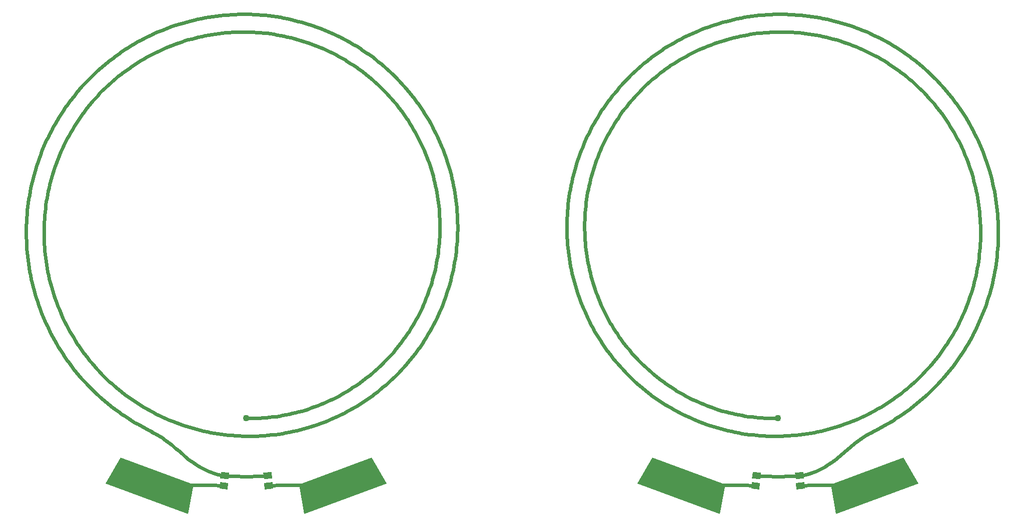
<source format=gbl>
G04 #@! TF.FileFunction,Copper,L2,Bot,Signal*
%FSLAX46Y46*%
G04 Gerber Fmt 4.6, Leading zero omitted, Abs format (unit mm)*
G04 Created by KiCad (PCBNEW 4.0.2-1.fc23-product) date Sun 04 Sep 2016 23:35:13 BST*
%MOMM*%
G01*
G04 APERTURE LIST*
%ADD10C,0.150000*%
%ADD11C,1.100000*%
%ADD12C,0.600000*%
G04 APERTURE END LIST*
D10*
G36*
X126231895Y-133689785D02*
X128804920Y-138070372D01*
X114823595Y-143221348D01*
X113939589Y-138218495D01*
X126231895Y-133689785D01*
X126231895Y-133689785D01*
G37*
G36*
X96060411Y-138218495D02*
X95176405Y-143221348D01*
X81195080Y-138070372D01*
X83768105Y-133689785D01*
X96060411Y-138218495D01*
X96060411Y-138218495D01*
G37*
G36*
X107898467Y-136201432D02*
X109293140Y-136079414D01*
X109389011Y-137175228D01*
X107994338Y-137297246D01*
X107898467Y-136201432D01*
X107898467Y-136201432D01*
G37*
G36*
X108050989Y-137944772D02*
X109445662Y-137822754D01*
X109541533Y-138918568D01*
X108146860Y-139040586D01*
X108050989Y-137944772D01*
X108050989Y-137944772D01*
G37*
G36*
X100706860Y-136079414D02*
X102101533Y-136201432D01*
X102005662Y-137297246D01*
X100610989Y-137175228D01*
X100706860Y-136079414D01*
X100706860Y-136079414D01*
G37*
G36*
X100554338Y-137822754D02*
X101949011Y-137944772D01*
X101853140Y-139040586D01*
X100458467Y-138918568D01*
X100554338Y-137822754D01*
X100554338Y-137822754D01*
G37*
G36*
X216231895Y-133689785D02*
X218804920Y-138070372D01*
X204823595Y-143221348D01*
X203939589Y-138218495D01*
X216231895Y-133689785D01*
X216231895Y-133689785D01*
G37*
G36*
X186060411Y-138218495D02*
X185176405Y-143221348D01*
X171195080Y-138070372D01*
X173768105Y-133689785D01*
X186060411Y-138218495D01*
X186060411Y-138218495D01*
G37*
G36*
X197898467Y-136201432D02*
X199293140Y-136079414D01*
X199389011Y-137175228D01*
X197994338Y-137297246D01*
X197898467Y-136201432D01*
X197898467Y-136201432D01*
G37*
G36*
X198050989Y-137944772D02*
X199445662Y-137822754D01*
X199541533Y-138918568D01*
X198146860Y-139040586D01*
X198050989Y-137944772D01*
X198050989Y-137944772D01*
G37*
G36*
X190706860Y-136079414D02*
X192101533Y-136201432D01*
X192005662Y-137297246D01*
X190610989Y-137175228D01*
X190706860Y-136079414D01*
X190706860Y-136079414D01*
G37*
G36*
X190554338Y-137822754D02*
X191949011Y-137944772D01*
X191853140Y-139040586D01*
X190458467Y-138918568D01*
X190554338Y-137822754D01*
X190554338Y-137822754D01*
G37*
D11*
X105000000Y-127000000D03*
X195000000Y-127000000D03*
D12*
X89030000Y-129250000D02*
X88440000Y-128960000D01*
X88440000Y-128960000D02*
X87850000Y-128660000D01*
X87850000Y-128660000D02*
X87270000Y-128350000D01*
X87270000Y-128350000D02*
X86690000Y-128020000D01*
X86690000Y-128020000D02*
X86130000Y-127690000D01*
X86130000Y-127690000D02*
X85560000Y-127350000D01*
X85560000Y-127350000D02*
X85000000Y-127000000D01*
X85000000Y-127000000D02*
X84450000Y-126640000D01*
X84450000Y-126640000D02*
X83910000Y-126270000D01*
X83910000Y-126270000D02*
X83370000Y-125890000D01*
X83370000Y-125890000D02*
X82840000Y-125500000D01*
X82840000Y-125500000D02*
X82320000Y-125100000D01*
X82320000Y-125100000D02*
X81800000Y-124690000D01*
X81800000Y-124690000D02*
X81290000Y-124280000D01*
X81290000Y-124280000D02*
X80790000Y-123850000D01*
X80790000Y-123850000D02*
X80290000Y-123420000D01*
X80290000Y-123420000D02*
X79810000Y-122980000D01*
X79810000Y-122980000D02*
X79330000Y-122530000D01*
X79330000Y-122530000D02*
X78860000Y-122070000D01*
X78860000Y-122070000D02*
X78400000Y-121600000D01*
X78400000Y-121600000D02*
X77940000Y-121130000D01*
X77940000Y-121130000D02*
X77500000Y-120650000D01*
X77500000Y-120650000D02*
X77060000Y-120160000D01*
X77060000Y-120160000D02*
X76630000Y-119660000D01*
X76630000Y-119660000D02*
X76210000Y-119160000D01*
X76210000Y-119160000D02*
X75800000Y-118650000D01*
X75800000Y-118650000D02*
X75400000Y-118130000D01*
X75400000Y-118130000D02*
X75000000Y-117600000D01*
X75000000Y-117600000D02*
X74620000Y-117070000D01*
X74620000Y-117070000D02*
X74250000Y-116530000D01*
X74250000Y-116530000D02*
X73880000Y-115990000D01*
X73880000Y-115990000D02*
X73530000Y-115440000D01*
X73530000Y-115440000D02*
X73180000Y-114880000D01*
X73180000Y-114880000D02*
X72850000Y-114320000D01*
X72850000Y-114320000D02*
X72520000Y-113750000D01*
X72520000Y-113750000D02*
X72210000Y-113180000D01*
X72210000Y-113180000D02*
X71900000Y-112600000D01*
X71900000Y-112600000D02*
X71610000Y-112010000D01*
X71610000Y-112010000D02*
X71330000Y-111420000D01*
X71330000Y-111420000D02*
X71050000Y-110830000D01*
X71050000Y-110830000D02*
X70790000Y-110230000D01*
X70790000Y-110230000D02*
X70530000Y-109630000D01*
X70530000Y-109630000D02*
X70290000Y-109020000D01*
X70290000Y-109020000D02*
X70060000Y-108410000D01*
X70060000Y-108410000D02*
X69840000Y-107800000D01*
X69840000Y-107800000D02*
X69630000Y-107180000D01*
X69630000Y-107180000D02*
X69430000Y-106560000D01*
X69430000Y-106560000D02*
X69240000Y-105930000D01*
X69240000Y-105930000D02*
X69060000Y-105300000D01*
X69060000Y-105300000D02*
X68900000Y-104670000D01*
X68900000Y-104670000D02*
X68740000Y-104040000D01*
X68740000Y-104040000D02*
X68600000Y-103400000D01*
X68600000Y-103400000D02*
X68470000Y-102770000D01*
X68470000Y-102770000D02*
X68340000Y-102130000D01*
X68340000Y-102130000D02*
X68230000Y-101480000D01*
X68230000Y-101480000D02*
X68130000Y-100840000D01*
X68130000Y-100840000D02*
X68050000Y-100190000D01*
X68050000Y-100190000D02*
X67970000Y-99550000D01*
X67970000Y-99550000D02*
X67900000Y-98900000D01*
X67900000Y-98900000D02*
X67850000Y-98250000D01*
X67850000Y-98250000D02*
X67810000Y-97600000D01*
X67810000Y-97600000D02*
X67780000Y-96950000D01*
X67780000Y-96950000D02*
X67760000Y-96300000D01*
X67760000Y-96300000D02*
X67750000Y-95650000D01*
X67750000Y-95650000D02*
X67750000Y-95000000D01*
X67750000Y-95000000D02*
X67760000Y-94350000D01*
X67760000Y-94350000D02*
X67790000Y-93700000D01*
X67790000Y-93700000D02*
X67830000Y-93050000D01*
X67830000Y-93050000D02*
X67870000Y-92400000D01*
X67870000Y-92400000D02*
X67930000Y-91760000D01*
X67930000Y-91760000D02*
X68000000Y-91110000D01*
X68000000Y-91110000D02*
X68090000Y-90470000D01*
X68090000Y-90470000D02*
X68180000Y-89830000D01*
X68180000Y-89830000D02*
X68280000Y-89180000D01*
X68280000Y-89180000D02*
X68400000Y-88550000D01*
X68400000Y-88550000D02*
X68520000Y-87910000D01*
X68520000Y-87910000D02*
X68660000Y-87280000D01*
X68660000Y-87280000D02*
X68810000Y-86640000D01*
X68810000Y-86640000D02*
X68970000Y-86020000D01*
X68970000Y-86020000D02*
X69140000Y-85390000D01*
X69140000Y-85390000D02*
X69320000Y-84770000D01*
X69320000Y-84770000D02*
X69510000Y-84150000D01*
X69510000Y-84150000D02*
X69720000Y-83540000D01*
X69720000Y-83540000D02*
X69930000Y-82920000D01*
X69930000Y-82920000D02*
X70150000Y-82320000D01*
X70150000Y-82320000D02*
X70390000Y-81710000D01*
X70390000Y-81710000D02*
X70630000Y-81110000D01*
X70630000Y-81110000D02*
X70890000Y-80520000D01*
X70890000Y-80520000D02*
X71150000Y-79930000D01*
X71150000Y-79930000D02*
X71430000Y-79350000D01*
X71430000Y-79350000D02*
X71710000Y-78770000D01*
X71710000Y-78770000D02*
X72010000Y-78190000D01*
X72010000Y-78190000D02*
X72320000Y-77620000D01*
X72320000Y-77620000D02*
X72630000Y-77060000D01*
X72630000Y-77060000D02*
X72960000Y-76500000D01*
X72960000Y-76500000D02*
X73290000Y-75950000D01*
X73290000Y-75950000D02*
X73640000Y-75400000D01*
X73640000Y-75400000D02*
X73990000Y-74860000D01*
X73990000Y-74860000D02*
X74350000Y-74330000D01*
X74350000Y-74330000D02*
X74730000Y-73800000D01*
X74730000Y-73800000D02*
X75110000Y-73280000D01*
X75110000Y-73280000D02*
X75500000Y-72770000D01*
X75500000Y-72770000D02*
X75900000Y-72260000D01*
X75900000Y-72260000D02*
X76300000Y-71760000D01*
X76300000Y-71760000D02*
X76720000Y-71270000D01*
X76720000Y-71270000D02*
X77140000Y-70790000D01*
X77140000Y-70790000D02*
X77580000Y-70310000D01*
X77580000Y-70310000D02*
X78020000Y-69840000D01*
X78020000Y-69840000D02*
X78470000Y-69380000D01*
X78470000Y-69380000D02*
X78930000Y-68930000D01*
X78930000Y-68930000D02*
X79390000Y-68480000D01*
X79390000Y-68480000D02*
X79860000Y-68040000D01*
X79860000Y-68040000D02*
X80340000Y-67620000D01*
X80340000Y-67620000D02*
X80830000Y-67200000D01*
X80830000Y-67200000D02*
X81320000Y-66780000D01*
X81320000Y-66780000D02*
X81830000Y-66380000D01*
X81830000Y-66380000D02*
X82330000Y-65990000D01*
X82330000Y-65990000D02*
X82850000Y-65600000D01*
X82850000Y-65600000D02*
X83370000Y-65230000D01*
X83370000Y-65230000D02*
X83900000Y-64860000D01*
X83900000Y-64860000D02*
X84430000Y-64510000D01*
X84430000Y-64510000D02*
X84970000Y-64160000D01*
X84970000Y-64160000D02*
X85520000Y-63820000D01*
X85520000Y-63820000D02*
X86070000Y-63490000D01*
X86070000Y-63490000D02*
X86620000Y-63170000D01*
X86620000Y-63170000D02*
X87190000Y-62870000D01*
X87190000Y-62870000D02*
X87750000Y-62570000D01*
X87750000Y-62570000D02*
X88330000Y-62280000D01*
X88330000Y-62280000D02*
X88900000Y-62000000D01*
X88900000Y-62000000D02*
X89490000Y-61730000D01*
X89490000Y-61730000D02*
X90070000Y-61470000D01*
X90070000Y-61470000D02*
X90660000Y-61230000D01*
X90660000Y-61230000D02*
X91260000Y-60990000D01*
X91260000Y-60990000D02*
X91860000Y-60760000D01*
X91860000Y-60760000D02*
X92460000Y-60540000D01*
X92460000Y-60540000D02*
X93070000Y-60340000D01*
X93070000Y-60340000D02*
X93670000Y-60140000D01*
X93670000Y-60140000D02*
X94290000Y-59960000D01*
X94290000Y-59960000D02*
X94900000Y-59790000D01*
X94900000Y-59790000D02*
X95520000Y-59620000D01*
X95520000Y-59620000D02*
X96140000Y-59470000D01*
X96140000Y-59470000D02*
X96760000Y-59330000D01*
X96760000Y-59330000D02*
X97390000Y-59200000D01*
X97390000Y-59200000D02*
X98020000Y-59080000D01*
X98020000Y-59080000D02*
X98650000Y-58970000D01*
X98650000Y-58970000D02*
X99280000Y-58880000D01*
X99280000Y-58880000D02*
X99910000Y-58790000D01*
X99910000Y-58790000D02*
X100540000Y-58710000D01*
X100540000Y-58710000D02*
X101180000Y-58650000D01*
X101180000Y-58650000D02*
X101820000Y-58600000D01*
X101820000Y-58600000D02*
X102450000Y-58560000D01*
X102450000Y-58560000D02*
X103090000Y-58530000D01*
X103090000Y-58530000D02*
X103730000Y-58510000D01*
X103730000Y-58510000D02*
X104360000Y-58500000D01*
X104360000Y-58500000D02*
X105000000Y-58500000D01*
X105000000Y-58500000D02*
X105640000Y-58510000D01*
X105640000Y-58510000D02*
X106270000Y-58540000D01*
X106270000Y-58540000D02*
X106910000Y-58570000D01*
X106910000Y-58570000D02*
X107540000Y-58620000D01*
X107540000Y-58620000D02*
X108180000Y-58680000D01*
X108180000Y-58680000D02*
X108810000Y-58750000D01*
X108810000Y-58750000D02*
X109440000Y-58830000D01*
X109440000Y-58830000D02*
X110070000Y-58920000D01*
X110070000Y-58920000D02*
X110700000Y-59020000D01*
X110700000Y-59020000D02*
X111320000Y-59140000D01*
X111320000Y-59140000D02*
X111950000Y-59260000D01*
X111950000Y-59260000D02*
X112570000Y-59400000D01*
X112570000Y-59400000D02*
X113190000Y-59540000D01*
X113190000Y-59540000D02*
X113800000Y-59700000D01*
X113800000Y-59700000D02*
X114410000Y-59860000D01*
X114410000Y-59860000D02*
X115020000Y-60040000D01*
X115020000Y-60040000D02*
X115630000Y-60230000D01*
X115630000Y-60230000D02*
X116230000Y-60430000D01*
X116230000Y-60430000D02*
X116830000Y-60640000D01*
X116830000Y-60640000D02*
X117430000Y-60860000D01*
X117430000Y-60860000D02*
X118020000Y-61090000D01*
X118020000Y-61090000D02*
X118600000Y-61330000D01*
X118600000Y-61330000D02*
X119190000Y-61580000D01*
X119190000Y-61580000D02*
X119760000Y-61840000D01*
X119760000Y-61840000D02*
X120340000Y-62110000D01*
X120340000Y-62110000D02*
X120910000Y-62390000D01*
X120910000Y-62390000D02*
X121470000Y-62680000D01*
X121470000Y-62680000D02*
X122030000Y-62980000D01*
X122030000Y-62980000D02*
X122580000Y-63290000D01*
X122580000Y-63290000D02*
X123130000Y-63610000D01*
X123130000Y-63610000D02*
X123670000Y-63930000D01*
X123670000Y-63930000D02*
X124200000Y-64270000D01*
X124200000Y-64270000D02*
X124730000Y-64620000D01*
X124730000Y-64620000D02*
X125250000Y-64980000D01*
X125250000Y-64980000D02*
X125770000Y-65340000D01*
X125770000Y-65340000D02*
X126280000Y-65710000D01*
X126280000Y-65710000D02*
X126780000Y-66100000D01*
X126780000Y-66100000D02*
X127280000Y-66490000D01*
X127280000Y-66490000D02*
X127770000Y-66890000D01*
X127770000Y-66890000D02*
X128250000Y-67290000D01*
X128250000Y-67290000D02*
X128720000Y-67710000D01*
X128720000Y-67710000D02*
X129190000Y-68140000D01*
X129190000Y-68140000D02*
X129650000Y-68570000D01*
X129650000Y-68570000D02*
X130100000Y-69010000D01*
X130100000Y-69010000D02*
X130540000Y-69460000D01*
X130540000Y-69460000D02*
X130980000Y-69910000D01*
X130980000Y-69910000D02*
X131410000Y-70370000D01*
X131410000Y-70370000D02*
X131830000Y-70840000D01*
X131830000Y-70840000D02*
X132240000Y-71320000D01*
X132240000Y-71320000D02*
X132640000Y-71810000D01*
X132640000Y-71810000D02*
X133040000Y-72300000D01*
X133040000Y-72300000D02*
X133420000Y-72800000D01*
X133420000Y-72800000D02*
X133800000Y-73300000D01*
X133800000Y-73300000D02*
X134170000Y-73810000D01*
X134170000Y-73810000D02*
X134520000Y-74330000D01*
X134520000Y-74330000D02*
X134870000Y-74850000D01*
X134870000Y-74850000D02*
X135210000Y-75380000D01*
X135210000Y-75380000D02*
X135540000Y-75910000D01*
X135540000Y-75910000D02*
X135870000Y-76450000D01*
X135870000Y-76450000D02*
X136180000Y-77000000D01*
X136180000Y-77000000D02*
X136480000Y-77550000D01*
X136480000Y-77550000D02*
X136770000Y-78110000D01*
X136770000Y-78110000D02*
X137050000Y-78670000D01*
X137050000Y-78670000D02*
X137330000Y-79230000D01*
X137330000Y-79230000D02*
X137590000Y-79800000D01*
X137590000Y-79800000D02*
X137840000Y-80380000D01*
X137840000Y-80380000D02*
X138080000Y-80960000D01*
X138080000Y-80960000D02*
X138320000Y-81540000D01*
X138320000Y-81540000D02*
X138540000Y-82130000D01*
X138540000Y-82130000D02*
X138750000Y-82720000D01*
X138750000Y-82720000D02*
X138950000Y-83310000D01*
X138950000Y-83310000D02*
X139140000Y-83910000D01*
X139140000Y-83910000D02*
X139320000Y-84510000D01*
X139320000Y-84510000D02*
X139490000Y-85110000D01*
X139490000Y-85110000D02*
X139650000Y-85710000D01*
X139650000Y-85710000D02*
X139800000Y-86320000D01*
X139800000Y-86320000D02*
X139940000Y-86930000D01*
X139940000Y-86930000D02*
X140070000Y-87550000D01*
X140070000Y-87550000D02*
X140180000Y-88160000D01*
X140180000Y-88160000D02*
X140290000Y-88780000D01*
X140290000Y-88780000D02*
X140380000Y-89400000D01*
X140380000Y-89400000D02*
X140470000Y-90020000D01*
X140470000Y-90020000D02*
X140540000Y-90640000D01*
X140540000Y-90640000D02*
X140600000Y-91260000D01*
X140600000Y-91260000D02*
X140660000Y-91880000D01*
X140660000Y-91880000D02*
X140700000Y-92500000D01*
X140700000Y-92500000D02*
X140730000Y-93130000D01*
X140730000Y-93130000D02*
X140740000Y-93750000D01*
X140740000Y-93750000D02*
X140750000Y-94380000D01*
X140750000Y-94380000D02*
X140750000Y-95000000D01*
X140750000Y-95000000D02*
X140740000Y-95620000D01*
X140740000Y-95620000D02*
X140710000Y-96250000D01*
X140710000Y-96250000D02*
X140680000Y-96870000D01*
X140680000Y-96870000D02*
X140630000Y-97490000D01*
X140630000Y-97490000D02*
X140570000Y-98110000D01*
X140570000Y-98110000D02*
X140500000Y-98730000D01*
X140500000Y-98730000D02*
X140430000Y-99350000D01*
X140430000Y-99350000D02*
X140340000Y-99970000D01*
X140340000Y-99970000D02*
X140240000Y-100580000D01*
X140240000Y-100580000D02*
X140120000Y-101190000D01*
X140120000Y-101190000D02*
X140000000Y-101800000D01*
X140000000Y-101800000D02*
X139870000Y-102410000D01*
X139870000Y-102410000D02*
X139730000Y-103020000D01*
X139730000Y-103020000D02*
X139570000Y-103620000D01*
X139570000Y-103620000D02*
X139410000Y-104220000D01*
X139410000Y-104220000D02*
X139240000Y-104820000D01*
X139240000Y-104820000D02*
X139050000Y-105410000D01*
X139050000Y-105410000D02*
X138860000Y-106000000D01*
X138860000Y-106000000D02*
X138650000Y-106590000D01*
X138650000Y-106590000D02*
X138440000Y-107170000D01*
X138440000Y-107170000D02*
X138210000Y-107750000D01*
X138210000Y-107750000D02*
X137980000Y-108320000D01*
X137980000Y-108320000D02*
X137730000Y-108890000D01*
X137730000Y-108890000D02*
X137480000Y-109460000D01*
X137480000Y-109460000D02*
X137210000Y-110020000D01*
X137210000Y-110020000D02*
X136940000Y-110580000D01*
X136940000Y-110580000D02*
X136650000Y-111130000D01*
X136650000Y-111130000D02*
X136360000Y-111670000D01*
X136360000Y-111670000D02*
X136060000Y-112210000D01*
X136060000Y-112210000D02*
X135740000Y-112750000D01*
X135740000Y-112750000D02*
X135420000Y-113280000D01*
X135420000Y-113280000D02*
X135090000Y-113800000D01*
X135090000Y-113800000D02*
X134750000Y-114320000D01*
X134750000Y-114320000D02*
X134400000Y-114830000D01*
X134400000Y-114830000D02*
X134050000Y-115340000D01*
X134050000Y-115340000D02*
X133680000Y-115840000D01*
X133680000Y-115840000D02*
X133300000Y-116330000D01*
X133300000Y-116330000D02*
X132920000Y-116810000D01*
X132920000Y-116810000D02*
X132530000Y-117290000D01*
X132530000Y-117290000D02*
X132130000Y-117770000D01*
X132130000Y-117770000D02*
X131720000Y-118230000D01*
X131720000Y-118230000D02*
X131310000Y-118690000D01*
X131310000Y-118690000D02*
X130880000Y-119140000D01*
X130880000Y-119140000D02*
X130450000Y-119580000D01*
X130450000Y-119580000D02*
X130010000Y-120010000D01*
X130010000Y-120010000D02*
X129570000Y-120440000D01*
X129570000Y-120440000D02*
X129110000Y-120860000D01*
X129110000Y-120860000D02*
X128650000Y-121270000D01*
X128650000Y-121270000D02*
X128190000Y-121670000D01*
X128190000Y-121670000D02*
X127710000Y-122070000D01*
X127710000Y-122070000D02*
X127230000Y-122450000D01*
X127230000Y-122450000D02*
X126740000Y-122830000D01*
X126740000Y-122830000D02*
X126250000Y-123200000D01*
X126250000Y-123200000D02*
X125750000Y-123560000D01*
X125750000Y-123560000D02*
X125240000Y-123910000D01*
X125240000Y-123910000D02*
X124730000Y-124250000D01*
X124730000Y-124250000D02*
X124210000Y-124580000D01*
X124210000Y-124580000D02*
X123690000Y-124910000D01*
X123690000Y-124910000D02*
X123160000Y-125220000D01*
X123160000Y-125220000D02*
X122630000Y-125530000D01*
X122630000Y-125530000D02*
X122090000Y-125820000D01*
X122090000Y-125820000D02*
X121540000Y-126110000D01*
X121540000Y-126110000D02*
X120990000Y-126390000D01*
X120990000Y-126390000D02*
X120440000Y-126650000D01*
X120440000Y-126650000D02*
X119880000Y-126910000D01*
X119880000Y-126910000D02*
X119320000Y-127160000D01*
X119320000Y-127160000D02*
X118750000Y-127390000D01*
X118750000Y-127390000D02*
X118180000Y-127620000D01*
X118180000Y-127620000D02*
X117610000Y-127840000D01*
X117610000Y-127840000D02*
X117030000Y-128050000D01*
X117030000Y-128050000D02*
X116450000Y-128240000D01*
X116450000Y-128240000D02*
X115860000Y-128430000D01*
X115860000Y-128430000D02*
X115270000Y-128610000D01*
X115270000Y-128610000D02*
X114680000Y-128770000D01*
X114680000Y-128770000D02*
X114090000Y-128930000D01*
X114090000Y-128930000D02*
X113500000Y-129070000D01*
X113500000Y-129070000D02*
X112900000Y-129210000D01*
X112900000Y-129210000D02*
X112300000Y-129330000D01*
X112300000Y-129330000D02*
X111700000Y-129450000D01*
X111700000Y-129450000D02*
X111090000Y-129550000D01*
X111090000Y-129550000D02*
X110490000Y-129640000D01*
X110490000Y-129640000D02*
X109880000Y-129730000D01*
X109880000Y-129730000D02*
X109270000Y-129800000D01*
X109270000Y-129800000D02*
X108660000Y-129860000D01*
X108660000Y-129860000D02*
X108050000Y-129910000D01*
X108050000Y-129910000D02*
X107440000Y-129950000D01*
X107440000Y-129950000D02*
X106830000Y-129980000D01*
X106830000Y-129980000D02*
X106220000Y-130000000D01*
X106220000Y-130000000D02*
X105610000Y-130000000D01*
X105610000Y-130000000D02*
X105000000Y-130000000D01*
X105000000Y-130000000D02*
X104390000Y-129990000D01*
X104390000Y-129990000D02*
X103780000Y-129960000D01*
X103780000Y-129960000D02*
X103170000Y-129930000D01*
X103170000Y-129930000D02*
X102560000Y-129880000D01*
X102560000Y-129880000D02*
X101950000Y-129830000D01*
X101950000Y-129830000D02*
X101350000Y-129760000D01*
X101350000Y-129760000D02*
X100740000Y-129680000D01*
X100740000Y-129680000D02*
X100140000Y-129590000D01*
X100140000Y-129590000D02*
X99540000Y-129500000D01*
X99540000Y-129500000D02*
X98940000Y-129390000D01*
X98940000Y-129390000D02*
X98340000Y-129270000D01*
X98340000Y-129270000D02*
X97740000Y-129140000D01*
X97740000Y-129140000D02*
X97150000Y-129000000D01*
X97150000Y-129000000D02*
X96560000Y-128850000D01*
X96560000Y-128850000D02*
X95970000Y-128690000D01*
X95970000Y-128690000D02*
X95390000Y-128520000D01*
X95390000Y-128520000D02*
X94810000Y-128340000D01*
X94810000Y-128340000D02*
X94230000Y-128140000D01*
X94230000Y-128140000D02*
X93660000Y-127940000D01*
X93660000Y-127940000D02*
X93090000Y-127730000D01*
X93090000Y-127730000D02*
X92520000Y-127510000D01*
X92520000Y-127510000D02*
X91960000Y-127280000D01*
X91960000Y-127280000D02*
X91400000Y-127040000D01*
X91400000Y-127040000D02*
X90850000Y-126790000D01*
X90850000Y-126790000D02*
X90300000Y-126530000D01*
X90300000Y-126530000D02*
X89750000Y-126260000D01*
X89750000Y-126260000D02*
X89210000Y-125980000D01*
X89210000Y-125980000D02*
X88680000Y-125700000D01*
X88680000Y-125700000D02*
X88150000Y-125400000D01*
X88150000Y-125400000D02*
X87630000Y-125090000D01*
X87630000Y-125090000D02*
X87110000Y-124780000D01*
X87110000Y-124780000D02*
X86590000Y-124460000D01*
X86590000Y-124460000D02*
X86090000Y-124120000D01*
X86090000Y-124120000D02*
X85590000Y-123780000D01*
X85590000Y-123780000D02*
X85090000Y-123430000D01*
X85090000Y-123430000D02*
X84600000Y-123070000D01*
X84600000Y-123070000D02*
X84120000Y-122710000D01*
X84120000Y-122710000D02*
X83650000Y-122330000D01*
X83650000Y-122330000D02*
X83180000Y-121950000D01*
X83180000Y-121950000D02*
X82720000Y-121560000D01*
X82720000Y-121560000D02*
X82260000Y-121160000D01*
X82260000Y-121160000D02*
X81810000Y-120750000D01*
X81810000Y-120750000D02*
X81370000Y-120340000D01*
X81370000Y-120340000D02*
X80940000Y-119910000D01*
X80940000Y-119910000D02*
X80520000Y-119480000D01*
X80520000Y-119480000D02*
X80100000Y-119050000D01*
X80100000Y-119050000D02*
X79690000Y-118600000D01*
X79690000Y-118600000D02*
X79290000Y-118150000D01*
X79290000Y-118150000D02*
X78890000Y-117690000D01*
X78890000Y-117690000D02*
X78510000Y-117230000D01*
X78510000Y-117230000D02*
X78130000Y-116760000D01*
X78130000Y-116760000D02*
X77760000Y-116280000D01*
X77760000Y-116280000D02*
X77400000Y-115800000D01*
X77400000Y-115800000D02*
X77050000Y-115310000D01*
X77050000Y-115310000D02*
X76710000Y-114810000D01*
X76710000Y-114810000D02*
X76370000Y-114310000D01*
X76370000Y-114310000D02*
X76040000Y-113800000D01*
X76040000Y-113800000D02*
X75730000Y-113290000D01*
X75730000Y-113290000D02*
X75420000Y-112770000D01*
X75420000Y-112770000D02*
X75120000Y-112250000D01*
X75120000Y-112250000D02*
X74830000Y-111720000D01*
X74830000Y-111720000D02*
X74550000Y-111190000D01*
X74550000Y-111190000D02*
X74280000Y-110650000D01*
X74280000Y-110650000D02*
X74020000Y-110110000D01*
X74020000Y-110110000D02*
X73770000Y-109560000D01*
X73770000Y-109560000D02*
X73530000Y-109010000D01*
X73530000Y-109010000D02*
X73300000Y-108460000D01*
X73300000Y-108460000D02*
X73070000Y-107900000D01*
X73070000Y-107900000D02*
X72860000Y-107340000D01*
X72860000Y-107340000D02*
X72660000Y-106770000D01*
X72660000Y-106770000D02*
X72470000Y-106200000D01*
X72470000Y-106200000D02*
X72280000Y-105630000D01*
X72280000Y-105630000D02*
X72110000Y-105060000D01*
X72110000Y-105060000D02*
X71950000Y-104480000D01*
X71950000Y-104480000D02*
X71800000Y-103900000D01*
X71800000Y-103900000D02*
X71650000Y-103310000D01*
X71650000Y-103310000D02*
X71520000Y-102730000D01*
X71520000Y-102730000D02*
X71400000Y-102140000D01*
X71400000Y-102140000D02*
X71290000Y-101550000D01*
X71290000Y-101550000D02*
X71190000Y-100960000D01*
X71190000Y-100960000D02*
X71100000Y-100370000D01*
X71100000Y-100370000D02*
X71020000Y-99780000D01*
X71020000Y-99780000D02*
X70950000Y-99180000D01*
X70950000Y-99180000D02*
X70890000Y-98590000D01*
X70890000Y-98590000D02*
X70840000Y-97990000D01*
X70840000Y-97990000D02*
X70800000Y-97390000D01*
X70800000Y-97390000D02*
X70770000Y-96790000D01*
X70770000Y-96790000D02*
X70750000Y-96200000D01*
X70750000Y-96200000D02*
X70750000Y-95600000D01*
X70750000Y-95600000D02*
X70750000Y-95000000D01*
X70750000Y-95000000D02*
X70760000Y-94400000D01*
X70760000Y-94400000D02*
X70790000Y-93810000D01*
X70790000Y-93810000D02*
X70820000Y-93210000D01*
X70820000Y-93210000D02*
X70870000Y-92610000D01*
X70870000Y-92610000D02*
X70920000Y-92020000D01*
X70920000Y-92020000D02*
X70990000Y-91430000D01*
X70990000Y-91430000D02*
X71060000Y-90830000D01*
X71060000Y-90830000D02*
X71150000Y-90240000D01*
X71150000Y-90240000D02*
X71250000Y-89650000D01*
X71250000Y-89650000D02*
X71350000Y-89070000D01*
X71350000Y-89070000D02*
X71470000Y-88480000D01*
X71470000Y-88480000D02*
X71600000Y-87900000D01*
X71600000Y-87900000D02*
X71730000Y-87320000D01*
X71730000Y-87320000D02*
X71880000Y-86740000D01*
X71880000Y-86740000D02*
X72040000Y-86170000D01*
X72040000Y-86170000D02*
X72200000Y-85600000D01*
X72200000Y-85600000D02*
X72380000Y-85030000D01*
X72380000Y-85030000D02*
X72570000Y-84460000D01*
X72570000Y-84460000D02*
X72770000Y-83900000D01*
X72770000Y-83900000D02*
X72970000Y-83340000D01*
X72970000Y-83340000D02*
X73190000Y-82790000D01*
X73190000Y-82790000D02*
X73410000Y-82240000D01*
X73410000Y-82240000D02*
X73650000Y-81690000D01*
X73650000Y-81690000D02*
X73890000Y-81150000D01*
X73890000Y-81150000D02*
X74150000Y-80610000D01*
X74150000Y-80610000D02*
X74410000Y-80080000D01*
X74410000Y-80080000D02*
X74680000Y-79550000D01*
X74680000Y-79550000D02*
X74970000Y-79030000D01*
X74970000Y-79030000D02*
X75260000Y-78510000D01*
X75260000Y-78510000D02*
X75560000Y-78000000D01*
X75560000Y-78000000D02*
X75860000Y-77490000D01*
X75860000Y-77490000D02*
X76180000Y-76990000D01*
X76180000Y-76990000D02*
X76510000Y-76500000D01*
X76510000Y-76500000D02*
X76840000Y-76010000D01*
X76840000Y-76010000D02*
X77180000Y-75520000D01*
X77180000Y-75520000D02*
X77530000Y-75040000D01*
X77530000Y-75040000D02*
X77890000Y-74570000D01*
X77890000Y-74570000D02*
X78260000Y-74110000D01*
X78260000Y-74110000D02*
X78640000Y-73650000D01*
X78640000Y-73650000D02*
X79020000Y-73200000D01*
X79020000Y-73200000D02*
X79410000Y-72750000D01*
X79410000Y-72750000D02*
X79810000Y-72320000D01*
X79810000Y-72320000D02*
X80210000Y-71890000D01*
X80210000Y-71890000D02*
X80630000Y-71460000D01*
X80630000Y-71460000D02*
X81050000Y-71050000D01*
X81050000Y-71050000D02*
X81470000Y-70640000D01*
X81470000Y-70640000D02*
X81910000Y-70240000D01*
X81910000Y-70240000D02*
X82350000Y-69840000D01*
X82350000Y-69840000D02*
X82800000Y-69460000D01*
X82800000Y-69460000D02*
X83250000Y-69080000D01*
X83250000Y-69080000D02*
X83710000Y-68710000D01*
X83710000Y-68710000D02*
X84180000Y-68350000D01*
X84180000Y-68350000D02*
X84650000Y-68000000D01*
X84650000Y-68000000D02*
X85130000Y-67660000D01*
X85130000Y-67660000D02*
X85620000Y-67320000D01*
X85620000Y-67320000D02*
X86110000Y-66990000D01*
X86110000Y-66990000D02*
X86600000Y-66670000D01*
X86600000Y-66670000D02*
X87110000Y-66360000D01*
X87110000Y-66360000D02*
X87610000Y-66060000D01*
X87610000Y-66060000D02*
X88120000Y-65770000D01*
X88120000Y-65770000D02*
X88640000Y-65490000D01*
X88640000Y-65490000D02*
X89160000Y-65220000D01*
X89160000Y-65220000D02*
X89690000Y-64950000D01*
X89690000Y-64950000D02*
X90220000Y-64700000D01*
X90220000Y-64700000D02*
X90750000Y-64450000D01*
X90750000Y-64450000D02*
X91290000Y-64210000D01*
X91290000Y-64210000D02*
X91840000Y-63990000D01*
X91840000Y-63990000D02*
X92380000Y-63770000D01*
X92380000Y-63770000D02*
X92930000Y-63560000D01*
X92930000Y-63560000D02*
X93490000Y-63360000D01*
X93490000Y-63360000D02*
X94040000Y-63180000D01*
X94040000Y-63180000D02*
X94600000Y-63000000D01*
X94600000Y-63000000D02*
X95160000Y-62830000D01*
X95160000Y-62830000D02*
X95730000Y-62670000D01*
X95730000Y-62670000D02*
X96300000Y-62520000D01*
X96300000Y-62520000D02*
X96870000Y-62380000D01*
X96870000Y-62380000D02*
X97440000Y-62250000D01*
X97440000Y-62250000D02*
X98010000Y-62130000D01*
X98010000Y-62130000D02*
X98590000Y-62030000D01*
X98590000Y-62030000D02*
X99170000Y-61930000D01*
X99170000Y-61930000D02*
X99750000Y-61840000D01*
X99750000Y-61840000D02*
X100330000Y-61760000D01*
X100330000Y-61760000D02*
X100910000Y-61690000D01*
X100910000Y-61690000D02*
X101490000Y-61630000D01*
X101490000Y-61630000D02*
X102080000Y-61590000D01*
X102080000Y-61590000D02*
X102660000Y-61550000D01*
X102660000Y-61550000D02*
X103250000Y-61520000D01*
X103250000Y-61520000D02*
X103830000Y-61500000D01*
X103830000Y-61500000D02*
X104420000Y-61500000D01*
X104420000Y-61500000D02*
X105000000Y-61500000D01*
X105000000Y-61500000D02*
X105580000Y-61510000D01*
X105580000Y-61510000D02*
X106170000Y-61540000D01*
X106170000Y-61540000D02*
X106750000Y-61570000D01*
X106750000Y-61570000D02*
X107330000Y-61610000D01*
X107330000Y-61610000D02*
X107920000Y-61670000D01*
X107920000Y-61670000D02*
X108500000Y-61730000D01*
X108500000Y-61730000D02*
X109080000Y-61810000D01*
X109080000Y-61810000D02*
X109650000Y-61890000D01*
X109650000Y-61890000D02*
X110230000Y-61990000D01*
X110230000Y-61990000D02*
X110800000Y-62090000D01*
X110800000Y-62090000D02*
X111370000Y-62210000D01*
X111370000Y-62210000D02*
X111940000Y-62330000D01*
X111940000Y-62330000D02*
X112510000Y-62460000D01*
X112510000Y-62460000D02*
X113080000Y-62610000D01*
X113080000Y-62610000D02*
X113640000Y-62760000D01*
X113640000Y-62760000D02*
X114200000Y-62930000D01*
X114200000Y-62930000D02*
X114750000Y-63100000D01*
X114750000Y-63100000D02*
X115310000Y-63280000D01*
X115310000Y-63280000D02*
X115850000Y-63470000D01*
X115850000Y-63470000D02*
X116400000Y-63680000D01*
X116400000Y-63680000D02*
X116940000Y-63890000D01*
X116940000Y-63890000D02*
X117480000Y-64110000D01*
X117480000Y-64110000D02*
X118010000Y-64340000D01*
X118010000Y-64340000D02*
X118540000Y-64580000D01*
X118540000Y-64580000D02*
X119070000Y-64830000D01*
X119070000Y-64830000D02*
X119590000Y-65090000D01*
X119590000Y-65090000D02*
X120110000Y-65350000D01*
X120110000Y-65350000D02*
X120620000Y-65630000D01*
X120620000Y-65630000D02*
X121120000Y-65910000D01*
X121120000Y-65910000D02*
X121630000Y-66200000D01*
X121630000Y-66200000D02*
X122120000Y-66510000D01*
X122120000Y-66510000D02*
X122610000Y-66820000D01*
X122610000Y-66820000D02*
X123100000Y-67140000D01*
X123100000Y-67140000D02*
X123570000Y-67460000D01*
X123570000Y-67460000D02*
X124050000Y-67800000D01*
X124050000Y-67800000D02*
X124510000Y-68140000D01*
X124510000Y-68140000D02*
X124980000Y-68490000D01*
X124980000Y-68490000D02*
X125430000Y-68850000D01*
X125430000Y-68850000D02*
X125880000Y-69220000D01*
X125880000Y-69220000D02*
X126320000Y-69590000D01*
X126320000Y-69590000D02*
X126750000Y-69980000D01*
X126750000Y-69980000D02*
X127180000Y-70360000D01*
X127180000Y-70360000D02*
X127600000Y-70760000D01*
X127600000Y-70760000D02*
X128020000Y-71170000D01*
X128020000Y-71170000D02*
X128420000Y-71580000D01*
X128420000Y-71580000D02*
X128820000Y-72000000D01*
X128820000Y-72000000D02*
X129210000Y-72420000D01*
X129210000Y-72420000D02*
X129600000Y-72850000D01*
X129600000Y-72850000D02*
X129970000Y-73290000D01*
X129970000Y-73290000D02*
X130340000Y-73730000D01*
X130340000Y-73730000D02*
X130700000Y-74190000D01*
X130700000Y-74190000D02*
X131060000Y-74640000D01*
X131060000Y-74640000D02*
X131400000Y-75100000D01*
X131400000Y-75100000D02*
X131740000Y-75570000D01*
X131740000Y-75570000D02*
X132070000Y-76050000D01*
X132070000Y-76050000D02*
X132390000Y-76530000D01*
X132390000Y-76530000D02*
X132700000Y-77010000D01*
X132700000Y-77010000D02*
X133000000Y-77500000D01*
X133000000Y-77500000D02*
X133290000Y-78000000D01*
X133290000Y-78000000D02*
X133580000Y-78500000D01*
X133580000Y-78500000D02*
X133860000Y-79010000D01*
X133860000Y-79010000D02*
X134120000Y-79520000D01*
X134120000Y-79520000D02*
X134380000Y-80030000D01*
X134380000Y-80030000D02*
X134630000Y-80550000D01*
X134630000Y-80550000D02*
X134870000Y-81070000D01*
X134870000Y-81070000D02*
X135100000Y-81600000D01*
X135100000Y-81600000D02*
X135320000Y-82130000D01*
X135320000Y-82130000D02*
X135540000Y-82660000D01*
X135540000Y-82660000D02*
X135740000Y-83200000D01*
X135740000Y-83200000D02*
X135930000Y-83740000D01*
X135930000Y-83740000D02*
X136120000Y-84290000D01*
X136120000Y-84290000D02*
X136290000Y-84830000D01*
X136290000Y-84830000D02*
X136450000Y-85380000D01*
X136450000Y-85380000D02*
X136610000Y-85940000D01*
X136610000Y-85940000D02*
X136750000Y-86490000D01*
X136750000Y-86490000D02*
X136890000Y-87050000D01*
X136890000Y-87050000D02*
X137020000Y-87610000D01*
X137020000Y-87610000D02*
X137130000Y-88170000D01*
X137130000Y-88170000D02*
X137240000Y-88730000D01*
X137240000Y-88730000D02*
X137330000Y-89300000D01*
X137330000Y-89300000D02*
X137420000Y-89870000D01*
X137420000Y-89870000D02*
X137500000Y-90430000D01*
X137500000Y-90430000D02*
X137560000Y-91000000D01*
X137560000Y-91000000D02*
X137620000Y-91570000D01*
X137620000Y-91570000D02*
X137670000Y-92140000D01*
X137670000Y-92140000D02*
X137700000Y-92710000D01*
X137700000Y-92710000D02*
X137730000Y-93280000D01*
X137730000Y-93280000D02*
X137750000Y-93860000D01*
X137750000Y-93860000D02*
X137750000Y-94430000D01*
X137750000Y-94430000D02*
X137750000Y-95000000D01*
X137750000Y-95000000D02*
X137740000Y-95570000D01*
X137740000Y-95570000D02*
X137710000Y-96140000D01*
X137710000Y-96140000D02*
X137680000Y-96710000D01*
X137680000Y-96710000D02*
X137640000Y-97280000D01*
X137640000Y-97280000D02*
X137580000Y-97850000D01*
X137580000Y-97850000D02*
X137520000Y-98420000D01*
X137520000Y-98420000D02*
X137450000Y-98980000D01*
X137450000Y-98980000D02*
X137370000Y-99550000D01*
X137370000Y-99550000D02*
X137270000Y-100110000D01*
X137270000Y-100110000D02*
X137170000Y-100670000D01*
X137170000Y-100670000D02*
X137060000Y-101230000D01*
X137060000Y-101230000D02*
X136940000Y-101790000D01*
X136940000Y-101790000D02*
X136810000Y-102340000D01*
X136810000Y-102340000D02*
X136660000Y-102890000D01*
X136660000Y-102890000D02*
X136510000Y-103440000D01*
X136510000Y-103440000D02*
X136350000Y-103990000D01*
X136350000Y-103990000D02*
X136180000Y-104530000D01*
X136180000Y-104530000D02*
X136000000Y-105070000D01*
X136000000Y-105070000D02*
X135820000Y-105610000D01*
X135820000Y-105610000D02*
X135620000Y-106140000D01*
X135620000Y-106140000D02*
X135410000Y-106670000D01*
X135410000Y-106670000D02*
X135200000Y-107200000D01*
X135200000Y-107200000D02*
X134970000Y-107720000D01*
X134970000Y-107720000D02*
X134740000Y-108240000D01*
X134740000Y-108240000D02*
X134490000Y-108750000D01*
X134490000Y-108750000D02*
X134240000Y-109260000D01*
X134240000Y-109260000D02*
X133980000Y-109770000D01*
X133980000Y-109770000D02*
X133710000Y-110270000D01*
X133710000Y-110270000D02*
X133430000Y-110760000D01*
X133430000Y-110760000D02*
X133150000Y-111250000D01*
X133150000Y-111250000D02*
X132850000Y-111730000D01*
X132850000Y-111730000D02*
X132550000Y-112210000D01*
X132550000Y-112210000D02*
X132240000Y-112690000D01*
X132240000Y-112690000D02*
X131920000Y-113160000D01*
X131920000Y-113160000D02*
X131590000Y-113620000D01*
X131590000Y-113620000D02*
X131250000Y-114070000D01*
X131250000Y-114070000D02*
X130910000Y-114520000D01*
X130910000Y-114520000D02*
X130560000Y-114970000D01*
X130560000Y-114970000D02*
X130200000Y-115410000D01*
X130200000Y-115410000D02*
X129830000Y-115840000D01*
X129830000Y-115840000D02*
X129460000Y-116260000D01*
X129460000Y-116260000D02*
X129080000Y-116680000D01*
X129080000Y-116680000D02*
X128690000Y-117090000D01*
X128690000Y-117090000D02*
X128290000Y-117500000D01*
X128290000Y-117500000D02*
X127890000Y-117890000D01*
X127890000Y-117890000D02*
X127480000Y-118280000D01*
X127480000Y-118280000D02*
X127070000Y-118670000D01*
X127070000Y-118670000D02*
X126650000Y-119040000D01*
X126650000Y-119040000D02*
X126220000Y-119410000D01*
X126220000Y-119410000D02*
X125780000Y-119770000D01*
X125780000Y-119770000D02*
X125340000Y-120120000D01*
X125340000Y-120120000D02*
X124900000Y-120470000D01*
X124900000Y-120470000D02*
X124440000Y-120800000D01*
X124440000Y-120800000D02*
X123990000Y-121130000D01*
X123990000Y-121130000D02*
X123520000Y-121450000D01*
X123520000Y-121450000D02*
X123050000Y-121760000D01*
X123050000Y-121760000D02*
X122580000Y-122070000D01*
X122580000Y-122070000D02*
X122100000Y-122360000D01*
X122100000Y-122360000D02*
X121610000Y-122650000D01*
X121610000Y-122650000D02*
X121130000Y-122930000D01*
X121130000Y-122930000D02*
X120630000Y-123200000D01*
X120630000Y-123200000D02*
X120130000Y-123460000D01*
X120130000Y-123460000D02*
X119630000Y-123710000D01*
X119630000Y-123710000D02*
X119120000Y-123960000D01*
X119120000Y-123960000D02*
X118610000Y-124190000D01*
X118610000Y-124190000D02*
X118100000Y-124420000D01*
X118100000Y-124420000D02*
X117580000Y-124630000D01*
X117580000Y-124630000D02*
X117060000Y-124840000D01*
X117060000Y-124840000D02*
X116530000Y-125040000D01*
X116530000Y-125040000D02*
X116000000Y-125230000D01*
X116000000Y-125230000D02*
X115470000Y-125410000D01*
X115470000Y-125410000D02*
X114930000Y-125580000D01*
X114930000Y-125580000D02*
X114400000Y-125740000D01*
X114400000Y-125740000D02*
X113860000Y-125890000D01*
X113860000Y-125890000D02*
X113310000Y-126030000D01*
X113310000Y-126030000D02*
X112770000Y-126160000D01*
X112770000Y-126160000D02*
X112220000Y-126290000D01*
X112220000Y-126290000D02*
X111670000Y-126400000D01*
X111670000Y-126400000D02*
X111120000Y-126500000D01*
X111120000Y-126500000D02*
X110570000Y-126600000D01*
X110570000Y-126600000D02*
X110020000Y-126680000D01*
X110020000Y-126680000D02*
X109460000Y-126750000D01*
X109460000Y-126750000D02*
X108910000Y-126820000D01*
X108910000Y-126820000D02*
X108350000Y-126870000D01*
X108350000Y-126870000D02*
X107790000Y-126920000D01*
X107790000Y-126920000D02*
X107230000Y-126960000D01*
X107230000Y-126960000D02*
X106680000Y-126980000D01*
X106680000Y-126980000D02*
X106120000Y-127000000D01*
X106120000Y-127000000D02*
X105560000Y-127000000D01*
X105560000Y-127000000D02*
X105000000Y-127000000D01*
X101350000Y-136690000D02*
X100630000Y-136600000D01*
X100630000Y-136600000D02*
X99910000Y-136440000D01*
X99910000Y-136440000D02*
X99210000Y-136230000D01*
X99210000Y-136230000D02*
X98510000Y-135960000D01*
X98510000Y-135960000D02*
X97830000Y-135640000D01*
X97830000Y-135640000D02*
X97170000Y-135270000D01*
X97170000Y-135270000D02*
X96530000Y-134870000D01*
X96530000Y-134870000D02*
X95900000Y-134430000D01*
X95900000Y-134430000D02*
X95280000Y-133970000D01*
X95280000Y-133970000D02*
X94690000Y-133490000D01*
X94690000Y-133490000D02*
X94100000Y-133000000D01*
X94100000Y-133000000D02*
X93530000Y-132510000D01*
X93530000Y-132510000D02*
X92970000Y-132030000D01*
X92970000Y-132030000D02*
X92410000Y-131560000D01*
X92410000Y-131560000D02*
X91860000Y-131110000D01*
X91860000Y-131110000D02*
X91300000Y-130690000D01*
X91300000Y-130690000D02*
X90740000Y-130290000D01*
X90740000Y-130290000D02*
X90170000Y-129930000D01*
X90170000Y-129930000D02*
X89600000Y-129590000D01*
X89600000Y-129590000D02*
X89010000Y-129300000D01*
X108650000Y-136690000D02*
X107920000Y-136750000D01*
X107920000Y-136750000D02*
X107190000Y-136790000D01*
X107190000Y-136790000D02*
X106460000Y-136820000D01*
X106460000Y-136820000D02*
X105730000Y-136840000D01*
X105730000Y-136840000D02*
X105000000Y-136850000D01*
X105000000Y-136850000D02*
X104270000Y-136840000D01*
X104270000Y-136840000D02*
X103540000Y-136820000D01*
X103540000Y-136820000D02*
X102810000Y-136790000D01*
X102810000Y-136790000D02*
X102080000Y-136750000D01*
X102080000Y-136750000D02*
X101350000Y-136690000D01*
X210970000Y-129250000D02*
X211560000Y-128960000D01*
X211560000Y-128960000D02*
X212150000Y-128660000D01*
X212150000Y-128660000D02*
X212730000Y-128350000D01*
X212730000Y-128350000D02*
X213310000Y-128020000D01*
X213310000Y-128020000D02*
X213880000Y-127690000D01*
X213880000Y-127690000D02*
X214440000Y-127350000D01*
X214440000Y-127350000D02*
X215000000Y-127000000D01*
X215000000Y-127000000D02*
X215550000Y-126640000D01*
X215550000Y-126640000D02*
X216090000Y-126270000D01*
X216090000Y-126270000D02*
X216630000Y-125890000D01*
X216630000Y-125890000D02*
X217160000Y-125500000D01*
X217160000Y-125500000D02*
X217680000Y-125100000D01*
X217680000Y-125100000D02*
X218200000Y-124690000D01*
X218200000Y-124690000D02*
X218710000Y-124280000D01*
X218710000Y-124280000D02*
X219210000Y-123850000D01*
X219210000Y-123850000D02*
X219710000Y-123420000D01*
X219710000Y-123420000D02*
X220190000Y-122980000D01*
X220190000Y-122980000D02*
X220670000Y-122530000D01*
X220670000Y-122530000D02*
X221140000Y-122070000D01*
X221140000Y-122070000D02*
X221600000Y-121600000D01*
X221600000Y-121600000D02*
X222060000Y-121130000D01*
X222060000Y-121130000D02*
X222500000Y-120650000D01*
X222500000Y-120650000D02*
X222940000Y-120160000D01*
X222940000Y-120160000D02*
X223370000Y-119660000D01*
X223370000Y-119660000D02*
X223790000Y-119160000D01*
X223790000Y-119160000D02*
X224200000Y-118650000D01*
X224200000Y-118650000D02*
X224600000Y-118130000D01*
X224600000Y-118130000D02*
X225000000Y-117600000D01*
X225000000Y-117600000D02*
X225380000Y-117070000D01*
X225380000Y-117070000D02*
X225750000Y-116530000D01*
X225750000Y-116530000D02*
X226120000Y-115990000D01*
X226120000Y-115990000D02*
X226470000Y-115440000D01*
X226470000Y-115440000D02*
X226820000Y-114880000D01*
X226820000Y-114880000D02*
X227150000Y-114320000D01*
X227150000Y-114320000D02*
X227480000Y-113750000D01*
X227480000Y-113750000D02*
X227790000Y-113180000D01*
X227790000Y-113180000D02*
X228100000Y-112600000D01*
X228100000Y-112600000D02*
X228390000Y-112010000D01*
X228390000Y-112010000D02*
X228670000Y-111420000D01*
X228670000Y-111420000D02*
X228950000Y-110830000D01*
X228950000Y-110830000D02*
X229210000Y-110230000D01*
X229210000Y-110230000D02*
X229470000Y-109630000D01*
X229470000Y-109630000D02*
X229710000Y-109020000D01*
X229710000Y-109020000D02*
X229940000Y-108410000D01*
X229940000Y-108410000D02*
X230160000Y-107800000D01*
X230160000Y-107800000D02*
X230370000Y-107180000D01*
X230370000Y-107180000D02*
X230570000Y-106560000D01*
X230570000Y-106560000D02*
X230760000Y-105930000D01*
X230760000Y-105930000D02*
X230940000Y-105300000D01*
X230940000Y-105300000D02*
X231100000Y-104670000D01*
X231100000Y-104670000D02*
X231260000Y-104040000D01*
X231260000Y-104040000D02*
X231400000Y-103400000D01*
X231400000Y-103400000D02*
X231530000Y-102770000D01*
X231530000Y-102770000D02*
X231660000Y-102130000D01*
X231660000Y-102130000D02*
X231770000Y-101480000D01*
X231770000Y-101480000D02*
X231870000Y-100840000D01*
X231870000Y-100840000D02*
X231950000Y-100190000D01*
X231950000Y-100190000D02*
X232030000Y-99550000D01*
X232030000Y-99550000D02*
X232100000Y-98900000D01*
X232100000Y-98900000D02*
X232150000Y-98250000D01*
X232150000Y-98250000D02*
X232190000Y-97600000D01*
X232190000Y-97600000D02*
X232220000Y-96950000D01*
X232220000Y-96950000D02*
X232240000Y-96300000D01*
X232240000Y-96300000D02*
X232250000Y-95650000D01*
X232250000Y-95650000D02*
X232250000Y-95000000D01*
X232250000Y-95000000D02*
X232240000Y-94350000D01*
X232240000Y-94350000D02*
X232210000Y-93700000D01*
X232210000Y-93700000D02*
X232170000Y-93050000D01*
X232170000Y-93050000D02*
X232130000Y-92400000D01*
X232130000Y-92400000D02*
X232070000Y-91760000D01*
X232070000Y-91760000D02*
X232000000Y-91110000D01*
X232000000Y-91110000D02*
X231910000Y-90470000D01*
X231910000Y-90470000D02*
X231820000Y-89830000D01*
X231820000Y-89830000D02*
X231720000Y-89180000D01*
X231720000Y-89180000D02*
X231600000Y-88550000D01*
X231600000Y-88550000D02*
X231480000Y-87910000D01*
X231480000Y-87910000D02*
X231340000Y-87280000D01*
X231340000Y-87280000D02*
X231190000Y-86640000D01*
X231190000Y-86640000D02*
X231030000Y-86020000D01*
X231030000Y-86020000D02*
X230860000Y-85390000D01*
X230860000Y-85390000D02*
X230680000Y-84770000D01*
X230680000Y-84770000D02*
X230490000Y-84150000D01*
X230490000Y-84150000D02*
X230280000Y-83540000D01*
X230280000Y-83540000D02*
X230070000Y-82920000D01*
X230070000Y-82920000D02*
X229850000Y-82320000D01*
X229850000Y-82320000D02*
X229610000Y-81710000D01*
X229610000Y-81710000D02*
X229370000Y-81110000D01*
X229370000Y-81110000D02*
X229110000Y-80520000D01*
X229110000Y-80520000D02*
X228850000Y-79930000D01*
X228850000Y-79930000D02*
X228570000Y-79350000D01*
X228570000Y-79350000D02*
X228290000Y-78770000D01*
X228290000Y-78770000D02*
X227990000Y-78190000D01*
X227990000Y-78190000D02*
X227680000Y-77620000D01*
X227680000Y-77620000D02*
X227370000Y-77060000D01*
X227370000Y-77060000D02*
X227040000Y-76500000D01*
X227040000Y-76500000D02*
X226710000Y-75950000D01*
X226710000Y-75950000D02*
X226360000Y-75400000D01*
X226360000Y-75400000D02*
X226010000Y-74860000D01*
X226010000Y-74860000D02*
X225650000Y-74330000D01*
X225650000Y-74330000D02*
X225270000Y-73800000D01*
X225270000Y-73800000D02*
X224890000Y-73280000D01*
X224890000Y-73280000D02*
X224500000Y-72770000D01*
X224500000Y-72770000D02*
X224100000Y-72260000D01*
X224100000Y-72260000D02*
X223700000Y-71760000D01*
X223700000Y-71760000D02*
X223280000Y-71270000D01*
X223280000Y-71270000D02*
X222860000Y-70790000D01*
X222860000Y-70790000D02*
X222420000Y-70310000D01*
X222420000Y-70310000D02*
X221980000Y-69840000D01*
X221980000Y-69840000D02*
X221530000Y-69380000D01*
X221530000Y-69380000D02*
X221070000Y-68930000D01*
X221070000Y-68930000D02*
X220610000Y-68480000D01*
X220610000Y-68480000D02*
X220140000Y-68040000D01*
X220140000Y-68040000D02*
X219660000Y-67620000D01*
X219660000Y-67620000D02*
X219170000Y-67200000D01*
X219170000Y-67200000D02*
X218680000Y-66780000D01*
X218680000Y-66780000D02*
X218170000Y-66380000D01*
X218170000Y-66380000D02*
X217670000Y-65990000D01*
X217670000Y-65990000D02*
X217150000Y-65600000D01*
X217150000Y-65600000D02*
X216630000Y-65230000D01*
X216630000Y-65230000D02*
X216100000Y-64860000D01*
X216100000Y-64860000D02*
X215570000Y-64510000D01*
X215570000Y-64510000D02*
X215030000Y-64160000D01*
X215030000Y-64160000D02*
X214480000Y-63820000D01*
X214480000Y-63820000D02*
X213930000Y-63490000D01*
X213930000Y-63490000D02*
X213380000Y-63170000D01*
X213380000Y-63170000D02*
X212810000Y-62870000D01*
X212810000Y-62870000D02*
X212250000Y-62570000D01*
X212250000Y-62570000D02*
X211670000Y-62280000D01*
X211670000Y-62280000D02*
X211100000Y-62000000D01*
X211100000Y-62000000D02*
X210510000Y-61730000D01*
X210510000Y-61730000D02*
X209930000Y-61470000D01*
X209930000Y-61470000D02*
X209340000Y-61230000D01*
X209340000Y-61230000D02*
X208740000Y-60990000D01*
X208740000Y-60990000D02*
X208140000Y-60760000D01*
X208140000Y-60760000D02*
X207540000Y-60540000D01*
X207540000Y-60540000D02*
X206930000Y-60340000D01*
X206930000Y-60340000D02*
X206330000Y-60140000D01*
X206330000Y-60140000D02*
X205710000Y-59960000D01*
X205710000Y-59960000D02*
X205100000Y-59790000D01*
X205100000Y-59790000D02*
X204480000Y-59620000D01*
X204480000Y-59620000D02*
X203860000Y-59470000D01*
X203860000Y-59470000D02*
X203240000Y-59330000D01*
X203240000Y-59330000D02*
X202610000Y-59200000D01*
X202610000Y-59200000D02*
X201980000Y-59080000D01*
X201980000Y-59080000D02*
X201350000Y-58970000D01*
X201350000Y-58970000D02*
X200720000Y-58880000D01*
X200720000Y-58880000D02*
X200090000Y-58790000D01*
X200090000Y-58790000D02*
X199460000Y-58710000D01*
X199460000Y-58710000D02*
X198820000Y-58650000D01*
X198820000Y-58650000D02*
X198180000Y-58600000D01*
X198180000Y-58600000D02*
X197550000Y-58560000D01*
X197550000Y-58560000D02*
X196910000Y-58530000D01*
X196910000Y-58530000D02*
X196270000Y-58510000D01*
X196270000Y-58510000D02*
X195640000Y-58500000D01*
X195640000Y-58500000D02*
X195000000Y-58500000D01*
X195000000Y-58500000D02*
X194360000Y-58510000D01*
X194360000Y-58510000D02*
X193730000Y-58540000D01*
X193730000Y-58540000D02*
X193090000Y-58570000D01*
X193090000Y-58570000D02*
X192460000Y-58620000D01*
X192460000Y-58620000D02*
X191820000Y-58680000D01*
X191820000Y-58680000D02*
X191190000Y-58750000D01*
X191190000Y-58750000D02*
X190560000Y-58830000D01*
X190560000Y-58830000D02*
X189930000Y-58920000D01*
X189930000Y-58920000D02*
X189300000Y-59020000D01*
X189300000Y-59020000D02*
X188680000Y-59140000D01*
X188680000Y-59140000D02*
X188050000Y-59260000D01*
X188050000Y-59260000D02*
X187430000Y-59400000D01*
X187430000Y-59400000D02*
X186810000Y-59540000D01*
X186810000Y-59540000D02*
X186200000Y-59700000D01*
X186200000Y-59700000D02*
X185590000Y-59860000D01*
X185590000Y-59860000D02*
X184980000Y-60040000D01*
X184980000Y-60040000D02*
X184370000Y-60230000D01*
X184370000Y-60230000D02*
X183770000Y-60430000D01*
X183770000Y-60430000D02*
X183170000Y-60640000D01*
X183170000Y-60640000D02*
X182570000Y-60860000D01*
X182570000Y-60860000D02*
X181980000Y-61090000D01*
X181980000Y-61090000D02*
X181400000Y-61330000D01*
X181400000Y-61330000D02*
X180810000Y-61580000D01*
X180810000Y-61580000D02*
X180240000Y-61840000D01*
X180240000Y-61840000D02*
X179660000Y-62110000D01*
X179660000Y-62110000D02*
X179090000Y-62390000D01*
X179090000Y-62390000D02*
X178530000Y-62680000D01*
X178530000Y-62680000D02*
X177970000Y-62980000D01*
X177970000Y-62980000D02*
X177420000Y-63290000D01*
X177420000Y-63290000D02*
X176870000Y-63610000D01*
X176870000Y-63610000D02*
X176330000Y-63930000D01*
X176330000Y-63930000D02*
X175800000Y-64270000D01*
X175800000Y-64270000D02*
X175270000Y-64620000D01*
X175270000Y-64620000D02*
X174750000Y-64980000D01*
X174750000Y-64980000D02*
X174230000Y-65340000D01*
X174230000Y-65340000D02*
X173720000Y-65710000D01*
X173720000Y-65710000D02*
X173220000Y-66100000D01*
X173220000Y-66100000D02*
X172720000Y-66490000D01*
X172720000Y-66490000D02*
X172230000Y-66890000D01*
X172230000Y-66890000D02*
X171750000Y-67290000D01*
X171750000Y-67290000D02*
X171280000Y-67710000D01*
X171280000Y-67710000D02*
X170810000Y-68140000D01*
X170810000Y-68140000D02*
X170350000Y-68570000D01*
X170350000Y-68570000D02*
X169900000Y-69010000D01*
X169900000Y-69010000D02*
X169460000Y-69460000D01*
X169460000Y-69460000D02*
X169020000Y-69910000D01*
X169020000Y-69910000D02*
X168590000Y-70370000D01*
X168590000Y-70370000D02*
X168170000Y-70840000D01*
X168170000Y-70840000D02*
X167760000Y-71320000D01*
X167760000Y-71320000D02*
X167360000Y-71810000D01*
X167360000Y-71810000D02*
X166960000Y-72300000D01*
X166960000Y-72300000D02*
X166580000Y-72800000D01*
X166580000Y-72800000D02*
X166200000Y-73300000D01*
X166200000Y-73300000D02*
X165830000Y-73810000D01*
X165830000Y-73810000D02*
X165480000Y-74330000D01*
X165480000Y-74330000D02*
X165130000Y-74850000D01*
X165130000Y-74850000D02*
X164790000Y-75380000D01*
X164790000Y-75380000D02*
X164460000Y-75910000D01*
X164460000Y-75910000D02*
X164130000Y-76450000D01*
X164130000Y-76450000D02*
X163820000Y-77000000D01*
X163820000Y-77000000D02*
X163520000Y-77550000D01*
X163520000Y-77550000D02*
X163230000Y-78110000D01*
X163230000Y-78110000D02*
X162950000Y-78670000D01*
X162950000Y-78670000D02*
X162670000Y-79230000D01*
X162670000Y-79230000D02*
X162410000Y-79800000D01*
X162410000Y-79800000D02*
X162160000Y-80380000D01*
X162160000Y-80380000D02*
X161920000Y-80960000D01*
X161920000Y-80960000D02*
X161680000Y-81540000D01*
X161680000Y-81540000D02*
X161460000Y-82130000D01*
X161460000Y-82130000D02*
X161250000Y-82720000D01*
X161250000Y-82720000D02*
X161050000Y-83310000D01*
X161050000Y-83310000D02*
X160860000Y-83910000D01*
X160860000Y-83910000D02*
X160680000Y-84510000D01*
X160680000Y-84510000D02*
X160510000Y-85110000D01*
X160510000Y-85110000D02*
X160350000Y-85710000D01*
X160350000Y-85710000D02*
X160200000Y-86320000D01*
X160200000Y-86320000D02*
X160060000Y-86930000D01*
X160060000Y-86930000D02*
X159930000Y-87550000D01*
X159930000Y-87550000D02*
X159820000Y-88160000D01*
X159820000Y-88160000D02*
X159710000Y-88780000D01*
X159710000Y-88780000D02*
X159620000Y-89400000D01*
X159620000Y-89400000D02*
X159530000Y-90020000D01*
X159530000Y-90020000D02*
X159460000Y-90640000D01*
X159460000Y-90640000D02*
X159400000Y-91260000D01*
X159400000Y-91260000D02*
X159340000Y-91880000D01*
X159340000Y-91880000D02*
X159300000Y-92500000D01*
X159300000Y-92500000D02*
X159270000Y-93130000D01*
X159270000Y-93130000D02*
X159260000Y-93750000D01*
X159260000Y-93750000D02*
X159250000Y-94380000D01*
X159250000Y-94380000D02*
X159250000Y-95000000D01*
X159250000Y-95000000D02*
X159260000Y-95620000D01*
X159260000Y-95620000D02*
X159290000Y-96250000D01*
X159290000Y-96250000D02*
X159320000Y-96870000D01*
X159320000Y-96870000D02*
X159370000Y-97490000D01*
X159370000Y-97490000D02*
X159430000Y-98110000D01*
X159430000Y-98110000D02*
X159500000Y-98730000D01*
X159500000Y-98730000D02*
X159570000Y-99350000D01*
X159570000Y-99350000D02*
X159660000Y-99970000D01*
X159660000Y-99970000D02*
X159760000Y-100580000D01*
X159760000Y-100580000D02*
X159880000Y-101190000D01*
X159880000Y-101190000D02*
X160000000Y-101800000D01*
X160000000Y-101800000D02*
X160130000Y-102410000D01*
X160130000Y-102410000D02*
X160270000Y-103020000D01*
X160270000Y-103020000D02*
X160430000Y-103620000D01*
X160430000Y-103620000D02*
X160590000Y-104220000D01*
X160590000Y-104220000D02*
X160760000Y-104820000D01*
X160760000Y-104820000D02*
X160950000Y-105410000D01*
X160950000Y-105410000D02*
X161140000Y-106000000D01*
X161140000Y-106000000D02*
X161350000Y-106590000D01*
X161350000Y-106590000D02*
X161560000Y-107170000D01*
X161560000Y-107170000D02*
X161790000Y-107750000D01*
X161790000Y-107750000D02*
X162020000Y-108320000D01*
X162020000Y-108320000D02*
X162270000Y-108890000D01*
X162270000Y-108890000D02*
X162520000Y-109460000D01*
X162520000Y-109460000D02*
X162790000Y-110020000D01*
X162790000Y-110020000D02*
X163060000Y-110580000D01*
X163060000Y-110580000D02*
X163350000Y-111130000D01*
X163350000Y-111130000D02*
X163640000Y-111670000D01*
X163640000Y-111670000D02*
X163940000Y-112210000D01*
X163940000Y-112210000D02*
X164260000Y-112750000D01*
X164260000Y-112750000D02*
X164580000Y-113280000D01*
X164580000Y-113280000D02*
X164910000Y-113800000D01*
X164910000Y-113800000D02*
X165250000Y-114320000D01*
X165250000Y-114320000D02*
X165600000Y-114830000D01*
X165600000Y-114830000D02*
X165950000Y-115340000D01*
X165950000Y-115340000D02*
X166320000Y-115840000D01*
X166320000Y-115840000D02*
X166700000Y-116330000D01*
X166700000Y-116330000D02*
X167080000Y-116810000D01*
X167080000Y-116810000D02*
X167470000Y-117290000D01*
X167470000Y-117290000D02*
X167870000Y-117770000D01*
X167870000Y-117770000D02*
X168280000Y-118230000D01*
X168280000Y-118230000D02*
X168690000Y-118690000D01*
X168690000Y-118690000D02*
X169120000Y-119140000D01*
X169120000Y-119140000D02*
X169550000Y-119580000D01*
X169550000Y-119580000D02*
X169990000Y-120010000D01*
X169990000Y-120010000D02*
X170430000Y-120440000D01*
X170430000Y-120440000D02*
X170890000Y-120860000D01*
X170890000Y-120860000D02*
X171350000Y-121270000D01*
X171350000Y-121270000D02*
X171810000Y-121670000D01*
X171810000Y-121670000D02*
X172290000Y-122070000D01*
X172290000Y-122070000D02*
X172770000Y-122450000D01*
X172770000Y-122450000D02*
X173260000Y-122830000D01*
X173260000Y-122830000D02*
X173750000Y-123200000D01*
X173750000Y-123200000D02*
X174250000Y-123560000D01*
X174250000Y-123560000D02*
X174760000Y-123910000D01*
X174760000Y-123910000D02*
X175270000Y-124250000D01*
X175270000Y-124250000D02*
X175790000Y-124580000D01*
X175790000Y-124580000D02*
X176310000Y-124910000D01*
X176310000Y-124910000D02*
X176840000Y-125220000D01*
X176840000Y-125220000D02*
X177380000Y-125530000D01*
X177380000Y-125530000D02*
X177910000Y-125820000D01*
X177910000Y-125820000D02*
X178460000Y-126110000D01*
X178460000Y-126110000D02*
X179010000Y-126390000D01*
X179010000Y-126390000D02*
X179560000Y-126650000D01*
X179560000Y-126650000D02*
X180120000Y-126910000D01*
X180120000Y-126910000D02*
X180680000Y-127160000D01*
X180680000Y-127160000D02*
X181250000Y-127390000D01*
X181250000Y-127390000D02*
X181820000Y-127620000D01*
X181820000Y-127620000D02*
X182390000Y-127840000D01*
X182390000Y-127840000D02*
X182970000Y-128050000D01*
X182970000Y-128050000D02*
X183550000Y-128240000D01*
X183550000Y-128240000D02*
X184140000Y-128430000D01*
X184140000Y-128430000D02*
X184730000Y-128610000D01*
X184730000Y-128610000D02*
X185320000Y-128770000D01*
X185320000Y-128770000D02*
X185910000Y-128930000D01*
X185910000Y-128930000D02*
X186500000Y-129070000D01*
X186500000Y-129070000D02*
X187100000Y-129210000D01*
X187100000Y-129210000D02*
X187700000Y-129330000D01*
X187700000Y-129330000D02*
X188300000Y-129450000D01*
X188300000Y-129450000D02*
X188910000Y-129550000D01*
X188910000Y-129550000D02*
X189510000Y-129640000D01*
X189510000Y-129640000D02*
X190120000Y-129730000D01*
X190120000Y-129730000D02*
X190730000Y-129800000D01*
X190730000Y-129800000D02*
X191340000Y-129860000D01*
X191340000Y-129860000D02*
X191950000Y-129910000D01*
X191950000Y-129910000D02*
X192560000Y-129950000D01*
X192560000Y-129950000D02*
X193170000Y-129980000D01*
X193170000Y-129980000D02*
X193780000Y-130000000D01*
X193780000Y-130000000D02*
X194390000Y-130000000D01*
X194390000Y-130000000D02*
X195000000Y-130000000D01*
X195000000Y-130000000D02*
X195610000Y-129990000D01*
X195610000Y-129990000D02*
X196220000Y-129960000D01*
X196220000Y-129960000D02*
X196830000Y-129930000D01*
X196830000Y-129930000D02*
X197440000Y-129880000D01*
X197440000Y-129880000D02*
X198050000Y-129830000D01*
X198050000Y-129830000D02*
X198650000Y-129760000D01*
X198650000Y-129760000D02*
X199260000Y-129680000D01*
X199260000Y-129680000D02*
X199860000Y-129590000D01*
X199860000Y-129590000D02*
X200460000Y-129500000D01*
X200460000Y-129500000D02*
X201060000Y-129390000D01*
X201060000Y-129390000D02*
X201660000Y-129270000D01*
X201660000Y-129270000D02*
X202260000Y-129140000D01*
X202260000Y-129140000D02*
X202850000Y-129000000D01*
X202850000Y-129000000D02*
X203440000Y-128850000D01*
X203440000Y-128850000D02*
X204030000Y-128690000D01*
X204030000Y-128690000D02*
X204610000Y-128520000D01*
X204610000Y-128520000D02*
X205190000Y-128340000D01*
X205190000Y-128340000D02*
X205770000Y-128140000D01*
X205770000Y-128140000D02*
X206340000Y-127940000D01*
X206340000Y-127940000D02*
X206910000Y-127730000D01*
X206910000Y-127730000D02*
X207480000Y-127510000D01*
X207480000Y-127510000D02*
X208040000Y-127280000D01*
X208040000Y-127280000D02*
X208600000Y-127040000D01*
X208600000Y-127040000D02*
X209150000Y-126790000D01*
X209150000Y-126790000D02*
X209700000Y-126530000D01*
X209700000Y-126530000D02*
X210250000Y-126260000D01*
X210250000Y-126260000D02*
X210790000Y-125980000D01*
X210790000Y-125980000D02*
X211320000Y-125700000D01*
X211320000Y-125700000D02*
X211850000Y-125400000D01*
X211850000Y-125400000D02*
X212380000Y-125090000D01*
X212380000Y-125090000D02*
X212890000Y-124780000D01*
X212890000Y-124780000D02*
X213410000Y-124460000D01*
X213410000Y-124460000D02*
X213910000Y-124120000D01*
X213910000Y-124120000D02*
X214410000Y-123780000D01*
X214410000Y-123780000D02*
X214910000Y-123430000D01*
X214910000Y-123430000D02*
X215400000Y-123070000D01*
X215400000Y-123070000D02*
X215880000Y-122710000D01*
X215880000Y-122710000D02*
X216350000Y-122330000D01*
X216350000Y-122330000D02*
X216820000Y-121950000D01*
X216820000Y-121950000D02*
X217280000Y-121560000D01*
X217280000Y-121560000D02*
X217740000Y-121160000D01*
X217740000Y-121160000D02*
X218190000Y-120750000D01*
X218190000Y-120750000D02*
X218630000Y-120340000D01*
X218630000Y-120340000D02*
X219060000Y-119910000D01*
X219060000Y-119910000D02*
X219480000Y-119480000D01*
X219480000Y-119480000D02*
X219900000Y-119050000D01*
X219900000Y-119050000D02*
X220310000Y-118600000D01*
X220310000Y-118600000D02*
X220710000Y-118150000D01*
X220710000Y-118150000D02*
X221110000Y-117690000D01*
X221110000Y-117690000D02*
X221490000Y-117230000D01*
X221490000Y-117230000D02*
X221870000Y-116760000D01*
X221870000Y-116760000D02*
X222240000Y-116280000D01*
X222240000Y-116280000D02*
X222600000Y-115800000D01*
X222600000Y-115800000D02*
X222950000Y-115310000D01*
X222950000Y-115310000D02*
X223290000Y-114810000D01*
X223290000Y-114810000D02*
X223630000Y-114310000D01*
X223630000Y-114310000D02*
X223960000Y-113800000D01*
X223960000Y-113800000D02*
X224270000Y-113290000D01*
X224270000Y-113290000D02*
X224580000Y-112770000D01*
X224580000Y-112770000D02*
X224880000Y-112250000D01*
X224880000Y-112250000D02*
X225170000Y-111720000D01*
X225170000Y-111720000D02*
X225450000Y-111190000D01*
X225450000Y-111190000D02*
X225720000Y-110650000D01*
X225720000Y-110650000D02*
X225980000Y-110110000D01*
X225980000Y-110110000D02*
X226230000Y-109560000D01*
X226230000Y-109560000D02*
X226470000Y-109010000D01*
X226470000Y-109010000D02*
X226700000Y-108460000D01*
X226700000Y-108460000D02*
X226930000Y-107900000D01*
X226930000Y-107900000D02*
X227140000Y-107340000D01*
X227140000Y-107340000D02*
X227340000Y-106770000D01*
X227340000Y-106770000D02*
X227530000Y-106200000D01*
X227530000Y-106200000D02*
X227720000Y-105630000D01*
X227720000Y-105630000D02*
X227890000Y-105060000D01*
X227890000Y-105060000D02*
X228050000Y-104480000D01*
X228050000Y-104480000D02*
X228200000Y-103900000D01*
X228200000Y-103900000D02*
X228350000Y-103310000D01*
X228350000Y-103310000D02*
X228480000Y-102730000D01*
X228480000Y-102730000D02*
X228600000Y-102140000D01*
X228600000Y-102140000D02*
X228710000Y-101550000D01*
X228710000Y-101550000D02*
X228810000Y-100960000D01*
X228810000Y-100960000D02*
X228900000Y-100370000D01*
X228900000Y-100370000D02*
X228980000Y-99780000D01*
X228980000Y-99780000D02*
X229050000Y-99180000D01*
X229050000Y-99180000D02*
X229110000Y-98590000D01*
X229110000Y-98590000D02*
X229160000Y-97990000D01*
X229160000Y-97990000D02*
X229200000Y-97390000D01*
X229200000Y-97390000D02*
X229230000Y-96790000D01*
X229230000Y-96790000D02*
X229250000Y-96200000D01*
X229250000Y-96200000D02*
X229250000Y-95600000D01*
X229250000Y-95600000D02*
X229250000Y-95000000D01*
X229250000Y-95000000D02*
X229240000Y-94400000D01*
X229240000Y-94400000D02*
X229210000Y-93810000D01*
X229210000Y-93810000D02*
X229180000Y-93210000D01*
X229180000Y-93210000D02*
X229130000Y-92610000D01*
X229130000Y-92610000D02*
X229080000Y-92020000D01*
X229080000Y-92020000D02*
X229010000Y-91430000D01*
X229010000Y-91430000D02*
X228940000Y-90830000D01*
X228940000Y-90830000D02*
X228850000Y-90240000D01*
X228850000Y-90240000D02*
X228750000Y-89650000D01*
X228750000Y-89650000D02*
X228650000Y-89070000D01*
X228650000Y-89070000D02*
X228530000Y-88480000D01*
X228530000Y-88480000D02*
X228400000Y-87900000D01*
X228400000Y-87900000D02*
X228270000Y-87320000D01*
X228270000Y-87320000D02*
X228120000Y-86740000D01*
X228120000Y-86740000D02*
X227960000Y-86170000D01*
X227960000Y-86170000D02*
X227800000Y-85600000D01*
X227800000Y-85600000D02*
X227620000Y-85030000D01*
X227620000Y-85030000D02*
X227430000Y-84460000D01*
X227430000Y-84460000D02*
X227230000Y-83900000D01*
X227230000Y-83900000D02*
X227030000Y-83340000D01*
X227030000Y-83340000D02*
X226810000Y-82790000D01*
X226810000Y-82790000D02*
X226590000Y-82240000D01*
X226590000Y-82240000D02*
X226350000Y-81690000D01*
X226350000Y-81690000D02*
X226110000Y-81150000D01*
X226110000Y-81150000D02*
X225850000Y-80610000D01*
X225850000Y-80610000D02*
X225590000Y-80080000D01*
X225590000Y-80080000D02*
X225320000Y-79550000D01*
X225320000Y-79550000D02*
X225030000Y-79030000D01*
X225030000Y-79030000D02*
X224740000Y-78510000D01*
X224740000Y-78510000D02*
X224440000Y-78000000D01*
X224440000Y-78000000D02*
X224140000Y-77490000D01*
X224140000Y-77490000D02*
X223820000Y-76990000D01*
X223820000Y-76990000D02*
X223490000Y-76500000D01*
X223490000Y-76500000D02*
X223160000Y-76010000D01*
X223160000Y-76010000D02*
X222820000Y-75520000D01*
X222820000Y-75520000D02*
X222470000Y-75040000D01*
X222470000Y-75040000D02*
X222110000Y-74570000D01*
X222110000Y-74570000D02*
X221740000Y-74110000D01*
X221740000Y-74110000D02*
X221360000Y-73650000D01*
X221360000Y-73650000D02*
X220980000Y-73200000D01*
X220980000Y-73200000D02*
X220590000Y-72750000D01*
X220590000Y-72750000D02*
X220190000Y-72320000D01*
X220190000Y-72320000D02*
X219790000Y-71890000D01*
X219790000Y-71890000D02*
X219370000Y-71460000D01*
X219370000Y-71460000D02*
X218950000Y-71050000D01*
X218950000Y-71050000D02*
X218530000Y-70640000D01*
X218530000Y-70640000D02*
X218090000Y-70240000D01*
X218090000Y-70240000D02*
X217650000Y-69840000D01*
X217650000Y-69840000D02*
X217200000Y-69460000D01*
X217200000Y-69460000D02*
X216750000Y-69080000D01*
X216750000Y-69080000D02*
X216290000Y-68710000D01*
X216290000Y-68710000D02*
X215820000Y-68350000D01*
X215820000Y-68350000D02*
X215350000Y-68000000D01*
X215350000Y-68000000D02*
X214870000Y-67660000D01*
X214870000Y-67660000D02*
X214380000Y-67320000D01*
X214380000Y-67320000D02*
X213890000Y-66990000D01*
X213890000Y-66990000D02*
X213400000Y-66670000D01*
X213400000Y-66670000D02*
X212890000Y-66360000D01*
X212890000Y-66360000D02*
X212390000Y-66060000D01*
X212390000Y-66060000D02*
X211880000Y-65770000D01*
X211880000Y-65770000D02*
X211360000Y-65490000D01*
X211360000Y-65490000D02*
X210840000Y-65220000D01*
X210840000Y-65220000D02*
X210310000Y-64950000D01*
X210310000Y-64950000D02*
X209780000Y-64700000D01*
X209780000Y-64700000D02*
X209250000Y-64450000D01*
X209250000Y-64450000D02*
X208710000Y-64210000D01*
X208710000Y-64210000D02*
X208160000Y-63990000D01*
X208160000Y-63990000D02*
X207620000Y-63770000D01*
X207620000Y-63770000D02*
X207070000Y-63560000D01*
X207070000Y-63560000D02*
X206510000Y-63360000D01*
X206510000Y-63360000D02*
X205960000Y-63180000D01*
X205960000Y-63180000D02*
X205400000Y-63000000D01*
X205400000Y-63000000D02*
X204840000Y-62830000D01*
X204840000Y-62830000D02*
X204270000Y-62670000D01*
X204270000Y-62670000D02*
X203700000Y-62520000D01*
X203700000Y-62520000D02*
X203130000Y-62380000D01*
X203130000Y-62380000D02*
X202560000Y-62250000D01*
X202560000Y-62250000D02*
X201990000Y-62130000D01*
X201990000Y-62130000D02*
X201410000Y-62030000D01*
X201410000Y-62030000D02*
X200830000Y-61930000D01*
X200830000Y-61930000D02*
X200250000Y-61840000D01*
X200250000Y-61840000D02*
X199670000Y-61760000D01*
X199670000Y-61760000D02*
X199090000Y-61690000D01*
X199090000Y-61690000D02*
X198510000Y-61630000D01*
X198510000Y-61630000D02*
X197920000Y-61590000D01*
X197920000Y-61590000D02*
X197340000Y-61550000D01*
X197340000Y-61550000D02*
X196750000Y-61520000D01*
X196750000Y-61520000D02*
X196170000Y-61500000D01*
X196170000Y-61500000D02*
X195580000Y-61500000D01*
X195580000Y-61500000D02*
X195000000Y-61500000D01*
X195000000Y-61500000D02*
X194420000Y-61510000D01*
X194420000Y-61510000D02*
X193830000Y-61540000D01*
X193830000Y-61540000D02*
X193250000Y-61570000D01*
X193250000Y-61570000D02*
X192670000Y-61610000D01*
X192670000Y-61610000D02*
X192080000Y-61670000D01*
X192080000Y-61670000D02*
X191500000Y-61730000D01*
X191500000Y-61730000D02*
X190920000Y-61810000D01*
X190920000Y-61810000D02*
X190350000Y-61890000D01*
X190350000Y-61890000D02*
X189770000Y-61990000D01*
X189770000Y-61990000D02*
X189200000Y-62090000D01*
X189200000Y-62090000D02*
X188630000Y-62210000D01*
X188630000Y-62210000D02*
X188060000Y-62330000D01*
X188060000Y-62330000D02*
X187490000Y-62460000D01*
X187490000Y-62460000D02*
X186920000Y-62610000D01*
X186920000Y-62610000D02*
X186360000Y-62760000D01*
X186360000Y-62760000D02*
X185800000Y-62930000D01*
X185800000Y-62930000D02*
X185250000Y-63100000D01*
X185250000Y-63100000D02*
X184690000Y-63280000D01*
X184690000Y-63280000D02*
X184150000Y-63470000D01*
X184150000Y-63470000D02*
X183600000Y-63680000D01*
X183600000Y-63680000D02*
X183060000Y-63890000D01*
X183060000Y-63890000D02*
X182520000Y-64110000D01*
X182520000Y-64110000D02*
X181990000Y-64340000D01*
X181990000Y-64340000D02*
X181460000Y-64580000D01*
X181460000Y-64580000D02*
X180930000Y-64830000D01*
X180930000Y-64830000D02*
X180410000Y-65090000D01*
X180410000Y-65090000D02*
X179890000Y-65350000D01*
X179890000Y-65350000D02*
X179380000Y-65630000D01*
X179380000Y-65630000D02*
X178880000Y-65910000D01*
X178880000Y-65910000D02*
X178380000Y-66200000D01*
X178380000Y-66200000D02*
X177880000Y-66510000D01*
X177880000Y-66510000D02*
X177390000Y-66820000D01*
X177390000Y-66820000D02*
X176900000Y-67140000D01*
X176900000Y-67140000D02*
X176430000Y-67460000D01*
X176430000Y-67460000D02*
X175950000Y-67800000D01*
X175950000Y-67800000D02*
X175490000Y-68140000D01*
X175490000Y-68140000D02*
X175020000Y-68490000D01*
X175020000Y-68490000D02*
X174570000Y-68850000D01*
X174570000Y-68850000D02*
X174120000Y-69220000D01*
X174120000Y-69220000D02*
X173680000Y-69590000D01*
X173680000Y-69590000D02*
X173250000Y-69980000D01*
X173250000Y-69980000D02*
X172820000Y-70360000D01*
X172820000Y-70360000D02*
X172400000Y-70760000D01*
X172400000Y-70760000D02*
X171980000Y-71170000D01*
X171980000Y-71170000D02*
X171580000Y-71580000D01*
X171580000Y-71580000D02*
X171180000Y-72000000D01*
X171180000Y-72000000D02*
X170790000Y-72420000D01*
X170790000Y-72420000D02*
X170400000Y-72850000D01*
X170400000Y-72850000D02*
X170030000Y-73290000D01*
X170030000Y-73290000D02*
X169660000Y-73730000D01*
X169660000Y-73730000D02*
X169300000Y-74190000D01*
X169300000Y-74190000D02*
X168940000Y-74640000D01*
X168940000Y-74640000D02*
X168600000Y-75100000D01*
X168600000Y-75100000D02*
X168260000Y-75570000D01*
X168260000Y-75570000D02*
X167930000Y-76050000D01*
X167930000Y-76050000D02*
X167610000Y-76530000D01*
X167610000Y-76530000D02*
X167300000Y-77010000D01*
X167300000Y-77010000D02*
X167000000Y-77500000D01*
X167000000Y-77500000D02*
X166710000Y-78000000D01*
X166710000Y-78000000D02*
X166420000Y-78500000D01*
X166420000Y-78500000D02*
X166140000Y-79010000D01*
X166140000Y-79010000D02*
X165880000Y-79520000D01*
X165880000Y-79520000D02*
X165620000Y-80030000D01*
X165620000Y-80030000D02*
X165370000Y-80550000D01*
X165370000Y-80550000D02*
X165130000Y-81070000D01*
X165130000Y-81070000D02*
X164900000Y-81600000D01*
X164900000Y-81600000D02*
X164680000Y-82130000D01*
X164680000Y-82130000D02*
X164460000Y-82660000D01*
X164460000Y-82660000D02*
X164260000Y-83200000D01*
X164260000Y-83200000D02*
X164070000Y-83740000D01*
X164070000Y-83740000D02*
X163880000Y-84290000D01*
X163880000Y-84290000D02*
X163710000Y-84830000D01*
X163710000Y-84830000D02*
X163550000Y-85380000D01*
X163550000Y-85380000D02*
X163390000Y-85940000D01*
X163390000Y-85940000D02*
X163250000Y-86490000D01*
X163250000Y-86490000D02*
X163110000Y-87050000D01*
X163110000Y-87050000D02*
X162980000Y-87610000D01*
X162980000Y-87610000D02*
X162870000Y-88170000D01*
X162870000Y-88170000D02*
X162760000Y-88730000D01*
X162760000Y-88730000D02*
X162670000Y-89300000D01*
X162670000Y-89300000D02*
X162580000Y-89870000D01*
X162580000Y-89870000D02*
X162500000Y-90430000D01*
X162500000Y-90430000D02*
X162440000Y-91000000D01*
X162440000Y-91000000D02*
X162380000Y-91570000D01*
X162380000Y-91570000D02*
X162330000Y-92140000D01*
X162330000Y-92140000D02*
X162300000Y-92710000D01*
X162300000Y-92710000D02*
X162270000Y-93280000D01*
X162270000Y-93280000D02*
X162250000Y-93860000D01*
X162250000Y-93860000D02*
X162250000Y-94430000D01*
X162250000Y-94430000D02*
X162250000Y-95000000D01*
X162250000Y-95000000D02*
X162260000Y-95570000D01*
X162260000Y-95570000D02*
X162290000Y-96140000D01*
X162290000Y-96140000D02*
X162320000Y-96710000D01*
X162320000Y-96710000D02*
X162360000Y-97280000D01*
X162360000Y-97280000D02*
X162420000Y-97850000D01*
X162420000Y-97850000D02*
X162480000Y-98420000D01*
X162480000Y-98420000D02*
X162550000Y-98980000D01*
X162550000Y-98980000D02*
X162630000Y-99550000D01*
X162630000Y-99550000D02*
X162730000Y-100110000D01*
X162730000Y-100110000D02*
X162830000Y-100670000D01*
X162830000Y-100670000D02*
X162940000Y-101230000D01*
X162940000Y-101230000D02*
X163060000Y-101790000D01*
X163060000Y-101790000D02*
X163190000Y-102340000D01*
X163190000Y-102340000D02*
X163340000Y-102890000D01*
X163340000Y-102890000D02*
X163490000Y-103440000D01*
X163490000Y-103440000D02*
X163650000Y-103990000D01*
X163650000Y-103990000D02*
X163820000Y-104530000D01*
X163820000Y-104530000D02*
X164000000Y-105070000D01*
X164000000Y-105070000D02*
X164180000Y-105610000D01*
X164180000Y-105610000D02*
X164380000Y-106140000D01*
X164380000Y-106140000D02*
X164590000Y-106670000D01*
X164590000Y-106670000D02*
X164800000Y-107200000D01*
X164800000Y-107200000D02*
X165030000Y-107720000D01*
X165030000Y-107720000D02*
X165260000Y-108240000D01*
X165260000Y-108240000D02*
X165510000Y-108750000D01*
X165510000Y-108750000D02*
X165760000Y-109260000D01*
X165760000Y-109260000D02*
X166020000Y-109770000D01*
X166020000Y-109770000D02*
X166290000Y-110270000D01*
X166290000Y-110270000D02*
X166570000Y-110760000D01*
X166570000Y-110760000D02*
X166850000Y-111250000D01*
X166850000Y-111250000D02*
X167150000Y-111730000D01*
X167150000Y-111730000D02*
X167450000Y-112210000D01*
X167450000Y-112210000D02*
X167760000Y-112690000D01*
X167760000Y-112690000D02*
X168080000Y-113160000D01*
X168080000Y-113160000D02*
X168410000Y-113620000D01*
X168410000Y-113620000D02*
X168750000Y-114070000D01*
X168750000Y-114070000D02*
X169090000Y-114520000D01*
X169090000Y-114520000D02*
X169440000Y-114970000D01*
X169440000Y-114970000D02*
X169800000Y-115410000D01*
X169800000Y-115410000D02*
X170170000Y-115840000D01*
X170170000Y-115840000D02*
X170540000Y-116260000D01*
X170540000Y-116260000D02*
X170920000Y-116680000D01*
X170920000Y-116680000D02*
X171310000Y-117090000D01*
X171310000Y-117090000D02*
X171710000Y-117500000D01*
X171710000Y-117500000D02*
X172110000Y-117890000D01*
X172110000Y-117890000D02*
X172520000Y-118280000D01*
X172520000Y-118280000D02*
X172930000Y-118670000D01*
X172930000Y-118670000D02*
X173350000Y-119040000D01*
X173350000Y-119040000D02*
X173780000Y-119410000D01*
X173780000Y-119410000D02*
X174220000Y-119770000D01*
X174220000Y-119770000D02*
X174660000Y-120120000D01*
X174660000Y-120120000D02*
X175100000Y-120470000D01*
X175100000Y-120470000D02*
X175560000Y-120800000D01*
X175560000Y-120800000D02*
X176010000Y-121130000D01*
X176010000Y-121130000D02*
X176480000Y-121450000D01*
X176480000Y-121450000D02*
X176950000Y-121760000D01*
X176950000Y-121760000D02*
X177420000Y-122070000D01*
X177420000Y-122070000D02*
X177900000Y-122360000D01*
X177900000Y-122360000D02*
X178390000Y-122650000D01*
X178390000Y-122650000D02*
X178880000Y-122930000D01*
X178880000Y-122930000D02*
X179370000Y-123200000D01*
X179370000Y-123200000D02*
X179870000Y-123460000D01*
X179870000Y-123460000D02*
X180370000Y-123710000D01*
X180370000Y-123710000D02*
X180880000Y-123960000D01*
X180880000Y-123960000D02*
X181390000Y-124190000D01*
X181390000Y-124190000D02*
X181900000Y-124420000D01*
X181900000Y-124420000D02*
X182420000Y-124630000D01*
X182420000Y-124630000D02*
X182940000Y-124840000D01*
X182940000Y-124840000D02*
X183470000Y-125040000D01*
X183470000Y-125040000D02*
X184000000Y-125230000D01*
X184000000Y-125230000D02*
X184530000Y-125410000D01*
X184530000Y-125410000D02*
X185070000Y-125580000D01*
X185070000Y-125580000D02*
X185600000Y-125740000D01*
X185600000Y-125740000D02*
X186140000Y-125890000D01*
X186140000Y-125890000D02*
X186690000Y-126030000D01*
X186690000Y-126030000D02*
X187230000Y-126160000D01*
X187230000Y-126160000D02*
X187780000Y-126290000D01*
X187780000Y-126290000D02*
X188330000Y-126400000D01*
X188330000Y-126400000D02*
X188880000Y-126500000D01*
X188880000Y-126500000D02*
X189430000Y-126600000D01*
X189430000Y-126600000D02*
X189980000Y-126680000D01*
X189980000Y-126680000D02*
X190540000Y-126750000D01*
X190540000Y-126750000D02*
X191090000Y-126820000D01*
X191090000Y-126820000D02*
X191650000Y-126870000D01*
X191650000Y-126870000D02*
X192210000Y-126920000D01*
X192210000Y-126920000D02*
X192770000Y-126960000D01*
X192770000Y-126960000D02*
X193320000Y-126980000D01*
X193320000Y-126980000D02*
X193880000Y-127000000D01*
X193880000Y-127000000D02*
X194440000Y-127000000D01*
X194440000Y-127000000D02*
X195000000Y-127000000D01*
X198650000Y-136690000D02*
X199370000Y-136600000D01*
X199370000Y-136600000D02*
X200090000Y-136440000D01*
X200090000Y-136440000D02*
X200790000Y-136230000D01*
X200790000Y-136230000D02*
X201490000Y-135960000D01*
X201490000Y-135960000D02*
X202170000Y-135640000D01*
X202170000Y-135640000D02*
X202830000Y-135270000D01*
X202830000Y-135270000D02*
X203470000Y-134870000D01*
X203470000Y-134870000D02*
X204100000Y-134430000D01*
X204100000Y-134430000D02*
X204720000Y-133970000D01*
X204720000Y-133970000D02*
X205310000Y-133490000D01*
X205310000Y-133490000D02*
X205900000Y-133000000D01*
X205900000Y-133000000D02*
X206470000Y-132510000D01*
X206470000Y-132510000D02*
X207030000Y-132030000D01*
X207030000Y-132030000D02*
X207590000Y-131560000D01*
X207590000Y-131560000D02*
X208140000Y-131110000D01*
X208140000Y-131110000D02*
X208700000Y-130690000D01*
X208700000Y-130690000D02*
X209260000Y-130290000D01*
X209260000Y-130290000D02*
X209830000Y-129930000D01*
X209830000Y-129930000D02*
X210400000Y-129590000D01*
X210400000Y-129590000D02*
X210990000Y-129300000D01*
X198650000Y-136690000D02*
X197920000Y-136750000D01*
X197920000Y-136750000D02*
X197190000Y-136790000D01*
X197190000Y-136790000D02*
X196460000Y-136820000D01*
X196460000Y-136820000D02*
X195730000Y-136840000D01*
X195730000Y-136840000D02*
X195000000Y-136850000D01*
X195000000Y-136850000D02*
X194270000Y-136840000D01*
X194270000Y-136840000D02*
X193540000Y-136820000D01*
X193540000Y-136820000D02*
X192810000Y-136790000D01*
X192810000Y-136790000D02*
X192080000Y-136750000D01*
X192080000Y-136750000D02*
X191350000Y-136690000D01*
X96580000Y-138310000D02*
X95790000Y-138330000D01*
X95790000Y-138330000D02*
X94990000Y-138340000D01*
X94990000Y-138340000D02*
X94190000Y-138350000D01*
X94190000Y-138350000D02*
X93390000Y-138350000D01*
X93390000Y-138350000D02*
X92580000Y-138330000D01*
X92580000Y-138330000D02*
X91760000Y-138290000D01*
X91760000Y-138290000D02*
X90950000Y-138230000D01*
X90950000Y-138230000D02*
X90150000Y-138140000D01*
X90150000Y-138140000D02*
X89340000Y-138020000D01*
X120660000Y-138020000D02*
X119850000Y-138140000D01*
X119850000Y-138140000D02*
X119050000Y-138230000D01*
X119050000Y-138230000D02*
X118240000Y-138290000D01*
X118240000Y-138290000D02*
X117420000Y-138330000D01*
X117420000Y-138330000D02*
X116610000Y-138350000D01*
X116610000Y-138350000D02*
X115810000Y-138350000D01*
X115810000Y-138350000D02*
X115010000Y-138340000D01*
X115010000Y-138340000D02*
X114210000Y-138330000D01*
X114210000Y-138330000D02*
X113420000Y-138310000D01*
X113420000Y-138310000D02*
X112640000Y-138310000D01*
X112640000Y-138310000D02*
X111860000Y-138300000D01*
X111860000Y-138300000D02*
X111090000Y-138310000D01*
X111090000Y-138310000D02*
X110320000Y-138340000D01*
X110320000Y-138340000D02*
X109560000Y-138380000D01*
X186580000Y-138310000D02*
X185790000Y-138330000D01*
X185790000Y-138330000D02*
X184990000Y-138340000D01*
X184990000Y-138340000D02*
X184190000Y-138350000D01*
X184190000Y-138350000D02*
X183390000Y-138350000D01*
X183390000Y-138350000D02*
X182580000Y-138330000D01*
X182580000Y-138330000D02*
X181760000Y-138290000D01*
X181760000Y-138290000D02*
X180950000Y-138230000D01*
X180950000Y-138230000D02*
X180150000Y-138140000D01*
X180150000Y-138140000D02*
X179340000Y-138020000D01*
X210660000Y-138020000D02*
X209850000Y-138140000D01*
X209850000Y-138140000D02*
X209050000Y-138230000D01*
X209050000Y-138230000D02*
X208240000Y-138290000D01*
X208240000Y-138290000D02*
X207420000Y-138330000D01*
X207420000Y-138330000D02*
X206610000Y-138350000D01*
X206610000Y-138350000D02*
X205810000Y-138350000D01*
X205810000Y-138350000D02*
X205010000Y-138340000D01*
X205010000Y-138340000D02*
X204210000Y-138330000D01*
X204210000Y-138330000D02*
X203420000Y-138310000D01*
X203420000Y-138310000D02*
X202640000Y-138310000D01*
X202640000Y-138310000D02*
X201860000Y-138300000D01*
X201860000Y-138300000D02*
X201090000Y-138310000D01*
X201090000Y-138310000D02*
X200320000Y-138340000D01*
X200320000Y-138340000D02*
X199560000Y-138380000D01*
X101200000Y-138430000D02*
X100440000Y-138380000D01*
X100440000Y-138380000D02*
X99680000Y-138340000D01*
X99680000Y-138340000D02*
X98910000Y-138310000D01*
X98910000Y-138310000D02*
X98140000Y-138300000D01*
X98140000Y-138300000D02*
X97360000Y-138310000D01*
X97360000Y-138310000D02*
X96580000Y-138310000D01*
X109560000Y-138380000D02*
X108800000Y-138430000D01*
X191200000Y-138430000D02*
X190440000Y-138380000D01*
X190440000Y-138380000D02*
X189680000Y-138340000D01*
X189680000Y-138340000D02*
X188910000Y-138310000D01*
X188910000Y-138310000D02*
X188140000Y-138300000D01*
X188140000Y-138300000D02*
X187360000Y-138310000D01*
X187360000Y-138310000D02*
X186580000Y-138310000D01*
X199560000Y-138380000D02*
X198800000Y-138430000D01*
M02*

</source>
